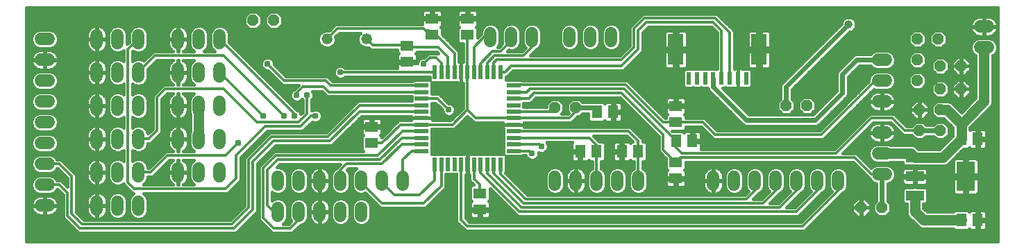
<source format=gtl>
G75*
G70*
%OFA0B0*%
%FSLAX24Y24*%
%IPPOS*%
%LPD*%
%AMOC8*
5,1,8,0,0,1.08239X$1,22.5*
%
%ADD10R,0.0197X0.0669*%
%ADD11R,0.0669X0.0197*%
%ADD12R,0.0630X0.0512*%
%ADD13R,0.0512X0.0630*%
%ADD14C,0.0520*%
%ADD15C,0.0600*%
%ADD16OC8,0.0520*%
%ADD17R,0.0236X0.0610*%
%ADD18R,0.0760X0.1500*%
%ADD19R,0.0880X0.0480*%
%ADD20R,0.0866X0.1417*%
%ADD21C,0.0120*%
%ADD22C,0.0240*%
%ADD23C,0.0500*%
%ADD24C,0.0500*%
%ADD25C,0.0160*%
%ADD26C,0.0310*%
%ADD27C,0.0396*%
D10*
X020107Y004177D03*
X020422Y004177D03*
X020737Y004177D03*
X021051Y004177D03*
X021366Y004177D03*
X021681Y004177D03*
X021996Y004177D03*
X022311Y004177D03*
X022626Y004177D03*
X022941Y004177D03*
X023256Y004177D03*
X023256Y008586D03*
X022941Y008586D03*
X022626Y008586D03*
X022311Y008586D03*
X021996Y008586D03*
X021681Y008586D03*
X021366Y008586D03*
X021051Y008586D03*
X020737Y008586D03*
X020422Y008586D03*
X020107Y008586D03*
D11*
X019477Y007956D03*
X019477Y007641D03*
X019477Y007326D03*
X019477Y007011D03*
X019477Y006696D03*
X019477Y006381D03*
X019477Y006066D03*
X019477Y005751D03*
X019477Y005437D03*
X019477Y005122D03*
X019477Y004807D03*
X023886Y004807D03*
X023886Y005122D03*
X023886Y005437D03*
X023886Y005751D03*
X023886Y006066D03*
X023886Y006381D03*
X023886Y006696D03*
X023886Y007011D03*
X023886Y007326D03*
X023886Y007641D03*
X023886Y007956D03*
D12*
X018781Y009088D03*
X018781Y009875D03*
X019981Y010388D03*
X021681Y010388D03*
X021681Y011175D03*
X019981Y011175D03*
X031681Y006975D03*
X031681Y006188D03*
X031681Y004275D03*
X031681Y003488D03*
X022281Y002775D03*
X022281Y001988D03*
X017081Y005188D03*
X017081Y005975D03*
D13*
X027088Y004781D03*
X027875Y004781D03*
X029088Y004781D03*
X029875Y004781D03*
X031688Y005281D03*
X032475Y005281D03*
X028675Y006681D03*
X027888Y006681D03*
X045388Y005381D03*
X046175Y005381D03*
X046175Y001481D03*
X045388Y001481D03*
D14*
X016831Y010181D03*
X014931Y010181D03*
D15*
X009781Y010001D02*
X009781Y010361D01*
X008781Y010361D02*
X008781Y010001D01*
X007781Y010001D02*
X007781Y010361D01*
X005881Y010361D02*
X005881Y010001D01*
X004881Y010001D02*
X004881Y010361D01*
X003881Y010361D02*
X003881Y010001D01*
X001561Y010181D02*
X001201Y010181D01*
X001201Y009181D02*
X001561Y009181D01*
X003881Y008761D02*
X003881Y008401D01*
X004881Y008401D02*
X004881Y008761D01*
X005881Y008761D02*
X005881Y008401D01*
X007781Y008401D02*
X007781Y008761D01*
X008781Y008761D02*
X008781Y008401D01*
X009781Y008401D02*
X009781Y008761D01*
X009781Y007161D02*
X009781Y006801D01*
X008781Y006801D02*
X008781Y007161D01*
X007781Y007161D02*
X007781Y006801D01*
X005881Y006801D02*
X005881Y007161D01*
X004881Y007161D02*
X004881Y006801D01*
X003881Y006801D02*
X003881Y007161D01*
X001561Y007181D02*
X001201Y007181D01*
X001201Y006181D02*
X001561Y006181D01*
X003881Y005561D02*
X003881Y005201D01*
X004881Y005201D02*
X004881Y005561D01*
X005881Y005561D02*
X005881Y005201D01*
X007781Y005201D02*
X007781Y005561D01*
X008781Y005561D02*
X008781Y005201D01*
X009781Y005201D02*
X009781Y005561D01*
X009781Y003961D02*
X009781Y003601D01*
X008781Y003601D02*
X008781Y003961D01*
X007781Y003961D02*
X007781Y003601D01*
X005881Y003601D02*
X005881Y003961D01*
X004881Y003961D02*
X004881Y003601D01*
X003881Y003601D02*
X003881Y003961D01*
X001561Y004181D02*
X001201Y004181D01*
X001201Y003181D02*
X001561Y003181D01*
X003881Y002361D02*
X003881Y002001D01*
X004881Y002001D02*
X004881Y002361D01*
X005881Y002361D02*
X005881Y002001D01*
X001561Y002181D02*
X001201Y002181D01*
X001201Y005181D02*
X001561Y005181D01*
X012581Y003561D02*
X012581Y003201D01*
X013581Y003201D02*
X013581Y003561D01*
X014581Y003561D02*
X014581Y003201D01*
X015581Y003201D02*
X015581Y003561D01*
X016581Y003561D02*
X016581Y003201D01*
X017581Y003201D02*
X017581Y003561D01*
X018581Y003561D02*
X018581Y003201D01*
X016581Y002061D02*
X016581Y001701D01*
X015581Y001701D02*
X015581Y002061D01*
X014581Y002061D02*
X014581Y001701D01*
X013581Y001701D02*
X013581Y002061D01*
X012581Y002061D02*
X012581Y001701D01*
X025881Y003201D02*
X025881Y003561D01*
X026881Y003561D02*
X026881Y003201D01*
X027881Y003201D02*
X027881Y003561D01*
X028881Y003561D02*
X028881Y003201D01*
X029881Y003201D02*
X029881Y003561D01*
X033481Y003561D02*
X033481Y003201D01*
X034481Y003201D02*
X034481Y003561D01*
X035481Y003561D02*
X035481Y003201D01*
X036481Y003201D02*
X036481Y003561D01*
X037481Y003561D02*
X037481Y003201D01*
X038481Y003201D02*
X038481Y003561D01*
X039481Y003561D02*
X039481Y003201D01*
X041401Y003681D02*
X041761Y003681D01*
X041761Y004681D02*
X041401Y004681D01*
X041401Y005681D02*
X041761Y005681D01*
X041761Y007181D02*
X041401Y007181D01*
X041401Y008181D02*
X041761Y008181D01*
X041761Y009181D02*
X041401Y009181D01*
X046301Y009781D02*
X046661Y009781D01*
X046661Y010781D02*
X046301Y010781D01*
X028581Y010461D02*
X028581Y010101D01*
X027581Y010101D02*
X027581Y010461D01*
X026581Y010461D02*
X026581Y010101D01*
X024781Y010101D02*
X024781Y010461D01*
X023781Y010461D02*
X023781Y010101D01*
X022781Y010101D02*
X022781Y010461D01*
X001561Y008181D02*
X001201Y008181D01*
D16*
X011381Y011081D03*
X012381Y011081D03*
X025881Y006881D03*
X026881Y006881D03*
X036981Y006981D03*
X037981Y006981D03*
X043281Y008181D03*
X044381Y007781D03*
X045381Y007781D03*
X044381Y006781D03*
X043381Y006781D03*
X043381Y005781D03*
X044381Y005781D03*
X044381Y008881D03*
X045381Y008881D03*
X043281Y009181D03*
X043281Y010181D03*
X044281Y010181D03*
X041581Y002081D03*
X040581Y002081D03*
D17*
X035056Y008300D03*
X034663Y008300D03*
X034269Y008300D03*
X033875Y008300D03*
X033481Y008300D03*
X033088Y008300D03*
X032694Y008300D03*
X032300Y008300D03*
D18*
X031681Y009681D03*
X035681Y009681D03*
D19*
X043161Y004491D03*
X043161Y003581D03*
X043161Y002671D03*
D20*
X045601Y003581D03*
D21*
X041581Y003681D02*
X041081Y003681D01*
X040281Y004481D01*
X031888Y004481D01*
X031681Y004275D01*
X031081Y004875D01*
X031081Y005581D01*
X029081Y007581D01*
X024881Y007581D01*
X024626Y007326D01*
X023886Y007326D01*
X023886Y007641D02*
X024541Y007641D01*
X024681Y007781D01*
X029188Y007781D01*
X031688Y005281D01*
X031681Y005275D01*
X031681Y004981D01*
X031981Y004681D01*
X039381Y004681D01*
X041081Y006381D01*
X042081Y006381D01*
X042681Y005781D01*
X043381Y005781D01*
X041281Y008181D02*
X038681Y005581D01*
X033581Y005581D01*
X032981Y006181D01*
X031688Y006181D01*
X031681Y006188D01*
X031675Y006181D01*
X031081Y006181D01*
X029281Y007981D01*
X023911Y007981D01*
X023886Y007956D01*
X023486Y008586D02*
X023256Y008586D01*
X023486Y008586D02*
X023781Y008881D01*
X029081Y008881D01*
X029881Y009681D01*
X029881Y010581D01*
X030281Y010981D01*
X033481Y010981D01*
X033875Y010588D01*
X033875Y008300D01*
X034269Y008300D02*
X034269Y010494D01*
X033581Y011181D01*
X030181Y011181D01*
X029681Y010681D01*
X029681Y009781D01*
X029081Y009181D01*
X023081Y009181D01*
X022941Y009041D01*
X022941Y008586D01*
X022626Y008586D02*
X022626Y009026D01*
X022981Y009381D01*
X024381Y009381D01*
X024781Y009781D01*
X024781Y010281D01*
X023781Y010281D02*
X023781Y010081D01*
X023281Y009581D01*
X022881Y009581D01*
X022311Y009011D01*
X022311Y008586D01*
X021996Y008586D02*
X021996Y009796D01*
X022481Y010281D01*
X022781Y010281D01*
X021681Y010388D02*
X021681Y008586D01*
X021681Y006781D01*
X022081Y006381D01*
X023886Y006381D01*
X026581Y006381D01*
X026881Y006681D01*
X026881Y006881D01*
X025881Y006881D02*
X025696Y006696D01*
X023886Y006696D01*
X021681Y006781D02*
X020966Y006066D01*
X019477Y006066D01*
X018466Y006066D01*
X017581Y005181D01*
X017088Y005181D01*
X017081Y005188D01*
X017481Y004381D02*
X018537Y005437D01*
X019477Y005437D01*
X019477Y005122D02*
X018522Y005122D01*
X017581Y004181D01*
X015881Y004181D01*
X015581Y003881D01*
X015581Y003381D01*
X016581Y003381D02*
X016581Y003281D01*
X017581Y002281D01*
X019581Y002281D01*
X020422Y003122D01*
X020422Y004177D01*
X020107Y004177D02*
X020107Y003407D01*
X019381Y002681D01*
X018181Y002681D01*
X017581Y003281D01*
X017581Y003381D01*
X018581Y003381D02*
X018581Y004381D01*
X019007Y004807D01*
X019477Y004807D01*
X018551Y005751D02*
X017381Y004581D01*
X012481Y004581D01*
X011881Y003981D01*
X011881Y001581D01*
X012381Y001081D01*
X013181Y001081D01*
X013581Y001481D01*
X013581Y001881D01*
X012581Y001881D02*
X012381Y001881D01*
X012081Y002181D01*
X012081Y003881D01*
X012581Y004381D01*
X017481Y004381D01*
X016496Y006696D02*
X015081Y005281D01*
X012381Y005281D01*
X011381Y004281D01*
X011381Y001981D01*
X010481Y001081D01*
X003081Y001081D01*
X002481Y001681D01*
X002481Y002781D01*
X002081Y003181D01*
X001381Y003181D01*
X002081Y004181D02*
X002681Y003581D01*
X002681Y001781D01*
X003181Y001281D01*
X010381Y001281D01*
X011181Y002081D01*
X011181Y004381D01*
X012281Y005481D01*
X014981Y005481D01*
X016511Y007011D01*
X019477Y007011D01*
X019477Y007326D02*
X020237Y007326D01*
X020781Y006781D01*
X019477Y006696D02*
X016496Y006696D01*
X014381Y006481D02*
X014181Y006481D01*
X013681Y005981D01*
X011981Y005981D01*
X010581Y004581D01*
X010581Y003481D01*
X010081Y002981D01*
X005681Y002981D01*
X005381Y003281D01*
X005381Y009681D01*
X005881Y010181D01*
X006681Y009381D02*
X005881Y008581D01*
X006781Y007381D02*
X007181Y007781D01*
X009981Y007781D01*
X011581Y006181D01*
X013581Y006181D01*
X013981Y006581D01*
X013981Y007481D01*
X013781Y007881D02*
X013481Y007581D01*
X013481Y007481D01*
X014481Y007481D02*
X014581Y007481D01*
X014781Y007881D02*
X015022Y007641D01*
X019477Y007641D01*
X019477Y007956D02*
X015107Y007956D01*
X014881Y008181D01*
X012881Y008181D01*
X012081Y008981D01*
X009981Y009381D02*
X006681Y009381D01*
X009781Y010181D02*
X013381Y006581D01*
X013381Y006481D01*
X012881Y006481D02*
X009981Y009381D01*
X009781Y008581D02*
X011881Y006481D01*
X010681Y005181D02*
X010081Y004581D01*
X007281Y004581D01*
X006481Y003781D01*
X005881Y003781D01*
X002081Y004181D02*
X001381Y004181D01*
X005881Y005381D02*
X006381Y005381D01*
X006781Y005781D01*
X006781Y007381D01*
X013781Y007881D02*
X014781Y007881D01*
X015581Y008581D02*
X020102Y008581D01*
X020107Y008586D01*
X020422Y008586D02*
X020422Y009041D01*
X020181Y009281D01*
X019881Y009281D01*
X019581Y008981D01*
X020281Y009781D02*
X020737Y009326D01*
X020737Y008586D01*
X021051Y008586D02*
X021051Y009511D01*
X020181Y010381D01*
X019988Y010381D01*
X019981Y010388D01*
X019788Y010581D01*
X019681Y010581D01*
X019581Y010681D01*
X015431Y010681D01*
X014931Y010181D01*
X016831Y010181D02*
X017131Y009881D01*
X018775Y009881D01*
X018781Y009875D01*
X018875Y009781D01*
X020281Y009781D01*
X020981Y007781D02*
X020881Y007681D01*
X019477Y005751D02*
X018551Y005751D01*
X023886Y005751D02*
X029411Y005751D01*
X029875Y005288D01*
X029875Y004781D01*
X029881Y004775D01*
X029881Y003381D01*
X027881Y003381D02*
X027881Y004775D01*
X027875Y004781D01*
X027875Y005088D01*
X027526Y005437D01*
X023886Y005437D01*
X023886Y005122D02*
X025141Y005122D01*
X025241Y005022D01*
X024781Y004681D02*
X024656Y004807D01*
X023886Y004807D01*
X023256Y004177D02*
X023256Y003707D01*
X024481Y002481D01*
X035081Y002481D01*
X035481Y002881D01*
X035481Y003381D01*
X036481Y003381D02*
X036481Y002881D01*
X035881Y002281D01*
X024381Y002281D01*
X022941Y003722D01*
X022941Y004177D01*
X022626Y004177D02*
X022626Y003737D01*
X024281Y002081D01*
X036681Y002081D01*
X037481Y002881D01*
X037481Y003381D01*
X038481Y003381D02*
X038481Y002881D01*
X037481Y001881D01*
X024181Y001881D01*
X022311Y003751D01*
X022311Y004177D01*
X021996Y004177D02*
X021996Y003466D01*
X022281Y003181D01*
X022281Y002775D01*
X021366Y001496D02*
X021681Y001181D01*
X037781Y001181D01*
X039481Y002881D01*
X039481Y003381D01*
X031688Y005281D02*
X031681Y005281D01*
X021366Y004177D02*
X021366Y001496D01*
X041281Y008181D02*
X041581Y008181D01*
D22*
X040381Y009181D02*
X039681Y008481D01*
X039681Y007581D01*
X038381Y006281D01*
X035081Y006281D01*
X033481Y007881D01*
X033481Y008300D01*
X036981Y007881D02*
X036981Y006981D01*
X036981Y007881D02*
X039981Y010881D01*
X040381Y009181D02*
X041581Y009181D01*
X041781Y009181D01*
X043381Y005781D02*
X044381Y005781D01*
X041581Y003681D02*
X041581Y002081D01*
X027888Y006681D02*
X027888Y006775D01*
X027781Y006881D01*
X026881Y006881D01*
D23*
X043581Y001481D03*
D24*
X045388Y001481D01*
X043581Y001481D02*
X043161Y001901D01*
X043161Y002671D01*
X043171Y004491D02*
X044498Y004491D01*
X045388Y005381D01*
X045388Y006088D01*
X044694Y006781D01*
X044381Y006781D01*
X045388Y006088D02*
X046481Y007181D01*
X046481Y009781D01*
X042981Y004681D02*
X041581Y004681D01*
X042981Y004681D02*
X043171Y004491D01*
X043161Y004491D01*
X008781Y005381D02*
X008781Y006981D01*
D25*
X000482Y011712D02*
X000482Y000461D01*
X047146Y000461D01*
X047146Y011712D01*
X000482Y011712D01*
X000482Y011597D02*
X019593Y011597D01*
X019597Y011599D02*
X019556Y011575D01*
X019522Y011542D01*
X019499Y011500D01*
X019486Y011455D01*
X019486Y011223D01*
X019933Y011223D01*
X019933Y011127D01*
X019486Y011127D01*
X019486Y010901D01*
X015340Y010901D01*
X015211Y010773D01*
X015033Y010594D01*
X015015Y010601D01*
X014848Y010601D01*
X014694Y010537D01*
X014575Y010419D01*
X014511Y010265D01*
X014511Y010098D01*
X014575Y009944D01*
X014694Y009825D01*
X014848Y009761D01*
X015015Y009761D01*
X015169Y009825D01*
X015287Y009944D01*
X015351Y010098D01*
X015351Y010265D01*
X015344Y010283D01*
X015523Y010461D01*
X016518Y010461D01*
X016475Y010419D01*
X016411Y010265D01*
X016411Y010098D01*
X016475Y009944D01*
X016594Y009825D01*
X016748Y009761D01*
X016915Y009761D01*
X016933Y009769D01*
X017040Y009661D01*
X018306Y009661D01*
X018306Y009553D01*
X018366Y009493D01*
X018356Y009488D01*
X018322Y009454D01*
X018299Y009413D01*
X018286Y009367D01*
X018286Y009136D01*
X018733Y009136D01*
X018733Y009040D01*
X018286Y009040D01*
X018286Y008808D01*
X018288Y008801D01*
X015807Y008801D01*
X015760Y008848D01*
X015644Y008896D01*
X015519Y008896D01*
X015403Y008848D01*
X015314Y008760D01*
X015266Y008644D01*
X015266Y008519D01*
X015314Y008403D01*
X015403Y008314D01*
X015519Y008266D01*
X015644Y008266D01*
X015760Y008314D01*
X015807Y008361D01*
X019848Y008361D01*
X019848Y008215D01*
X019076Y008215D01*
X019037Y008176D01*
X015198Y008176D01*
X014973Y008401D01*
X014790Y008401D01*
X012973Y008401D01*
X012396Y008978D01*
X012396Y009044D01*
X012348Y009160D01*
X012260Y009248D01*
X012144Y009296D01*
X012019Y009296D01*
X011903Y009248D01*
X011814Y009160D01*
X011766Y009044D01*
X011766Y008919D01*
X011814Y008803D01*
X011903Y008714D01*
X012019Y008666D01*
X012085Y008666D01*
X012661Y008090D01*
X012790Y007961D01*
X013550Y007961D01*
X013390Y007801D01*
X013362Y007773D01*
X013303Y007748D01*
X013214Y007660D01*
X013166Y007544D01*
X013166Y007419D01*
X013214Y007303D01*
X013303Y007214D01*
X013419Y007166D01*
X013544Y007166D01*
X013660Y007214D01*
X013731Y007286D01*
X013761Y007256D01*
X013761Y006673D01*
X013678Y006589D01*
X013648Y006660D01*
X013560Y006748D01*
X013501Y006773D01*
X010241Y010032D01*
X010241Y010453D01*
X010171Y010622D01*
X010042Y010751D01*
X009873Y010821D01*
X009690Y010821D01*
X009521Y010751D01*
X009391Y010622D01*
X009321Y010453D01*
X009321Y009910D01*
X009391Y009741D01*
X009521Y009611D01*
X009545Y009601D01*
X009018Y009601D01*
X009042Y009611D01*
X009171Y009741D01*
X009241Y009910D01*
X009241Y010453D01*
X009171Y010622D01*
X009042Y010751D01*
X008873Y010821D01*
X008690Y010821D01*
X008521Y010751D01*
X008391Y010622D01*
X008321Y010453D01*
X008321Y009910D01*
X008391Y009741D01*
X008521Y009611D01*
X008545Y009601D01*
X008047Y009601D01*
X008094Y009635D01*
X008148Y009689D01*
X008192Y009750D01*
X008226Y009817D01*
X008250Y009889D01*
X008261Y009964D01*
X008261Y010161D01*
X007802Y010161D01*
X007802Y010201D01*
X008261Y010201D01*
X008261Y010399D01*
X008250Y010474D01*
X008226Y010546D01*
X008192Y010613D01*
X008148Y010674D01*
X008094Y010728D01*
X008033Y010772D01*
X007966Y010806D01*
X007894Y010830D01*
X007819Y010841D01*
X007801Y010841D01*
X007801Y010202D01*
X007761Y010202D01*
X007761Y010841D01*
X007744Y010841D01*
X007669Y010830D01*
X007597Y010806D01*
X007530Y010772D01*
X007469Y010728D01*
X007415Y010674D01*
X007371Y010613D01*
X007337Y010546D01*
X007313Y010474D01*
X007301Y010399D01*
X007301Y010201D01*
X007761Y010201D01*
X007761Y010161D01*
X007301Y010161D01*
X007301Y009964D01*
X007313Y009889D01*
X007337Y009817D01*
X007371Y009750D01*
X007415Y009689D01*
X007469Y009635D01*
X007515Y009601D01*
X006773Y009601D01*
X006590Y009601D01*
X006141Y009152D01*
X005973Y009221D01*
X005790Y009221D01*
X005621Y009151D01*
X005601Y009132D01*
X005601Y009590D01*
X005622Y009611D01*
X005790Y009541D01*
X005973Y009541D01*
X006142Y009611D01*
X006271Y009741D01*
X006341Y009910D01*
X006341Y010453D01*
X006271Y010622D01*
X006142Y010751D01*
X005973Y010821D01*
X005790Y010821D01*
X005621Y010751D01*
X005491Y010622D01*
X005421Y010453D01*
X005421Y010033D01*
X005341Y009952D01*
X005341Y010453D01*
X005271Y010622D01*
X005142Y010751D01*
X004973Y010821D01*
X004790Y010821D01*
X004621Y010751D01*
X004491Y010622D01*
X004421Y010453D01*
X004421Y009910D01*
X004491Y009741D01*
X004621Y009611D01*
X004790Y009541D01*
X004973Y009541D01*
X005142Y009611D01*
X005161Y009631D01*
X005161Y009590D01*
X005161Y009132D01*
X005142Y009151D01*
X004973Y009221D01*
X004790Y009221D01*
X004621Y009151D01*
X004491Y009022D01*
X004421Y008853D01*
X004421Y008310D01*
X004491Y008141D01*
X004621Y008011D01*
X004790Y007941D01*
X004973Y007941D01*
X005142Y008011D01*
X005161Y008031D01*
X005161Y007532D01*
X005142Y007551D01*
X004973Y007621D01*
X004790Y007621D01*
X004621Y007551D01*
X004491Y007422D01*
X004421Y007253D01*
X004421Y006710D01*
X004491Y006541D01*
X004621Y006411D01*
X004790Y006341D01*
X004973Y006341D01*
X005142Y006411D01*
X005161Y006431D01*
X005161Y005932D01*
X005142Y005951D01*
X004973Y006021D01*
X004790Y006021D01*
X004621Y005951D01*
X004491Y005822D01*
X004421Y005653D01*
X004421Y005110D01*
X004491Y004941D01*
X004621Y004811D01*
X004790Y004741D01*
X004973Y004741D01*
X005142Y004811D01*
X005161Y004831D01*
X005161Y004332D01*
X005142Y004351D01*
X004973Y004421D01*
X004790Y004421D01*
X004621Y004351D01*
X004491Y004222D01*
X004421Y004053D01*
X004421Y003510D01*
X004491Y003341D01*
X004621Y003211D01*
X004790Y003141D01*
X004973Y003141D01*
X005142Y003211D01*
X005161Y003231D01*
X005161Y003190D01*
X005290Y003061D01*
X005590Y002761D01*
X005645Y002761D01*
X005621Y002751D01*
X005491Y002622D01*
X005421Y002453D01*
X005421Y001910D01*
X005491Y001741D01*
X005621Y001611D01*
X005790Y001541D01*
X005973Y001541D01*
X006142Y001611D01*
X006271Y001741D01*
X006341Y001910D01*
X006341Y002453D01*
X006271Y002622D01*
X006142Y002751D01*
X006118Y002761D01*
X010173Y002761D01*
X010301Y002890D01*
X010801Y003390D01*
X010801Y003573D01*
X010801Y004490D01*
X012073Y005761D01*
X013590Y005761D01*
X013773Y005761D01*
X014219Y006208D01*
X014319Y006166D01*
X014444Y006166D01*
X014560Y006214D01*
X014648Y006303D01*
X014696Y006419D01*
X014696Y006544D01*
X014648Y006660D01*
X014560Y006748D01*
X014444Y006796D01*
X014319Y006796D01*
X014203Y006748D01*
X014201Y006747D01*
X014201Y007256D01*
X014248Y007303D01*
X014296Y007419D01*
X014296Y007544D01*
X014248Y007660D01*
X014247Y007661D01*
X014690Y007661D01*
X014930Y007421D01*
X015113Y007421D01*
X018982Y007421D01*
X018982Y007231D01*
X016602Y007231D01*
X016420Y007231D01*
X014890Y005701D01*
X012373Y005701D01*
X012190Y005701D01*
X011090Y004601D01*
X010961Y004473D01*
X010961Y002173D01*
X010290Y001501D01*
X003273Y001501D01*
X002901Y001873D01*
X002901Y003673D01*
X002773Y003801D01*
X002173Y004401D01*
X001990Y004401D01*
X001968Y004401D01*
X001951Y004442D01*
X001822Y004571D01*
X001653Y004641D01*
X001110Y004641D01*
X000941Y004571D01*
X000811Y004442D01*
X000741Y004273D01*
X000741Y004090D01*
X000811Y003921D01*
X000941Y003791D01*
X001110Y003721D01*
X001653Y003721D01*
X001822Y003791D01*
X001951Y003921D01*
X001968Y003961D01*
X001990Y003961D01*
X002461Y003490D01*
X002461Y003112D01*
X002301Y003273D01*
X002173Y003401D01*
X001968Y003401D01*
X001951Y003442D01*
X001822Y003571D01*
X001653Y003641D01*
X001110Y003641D01*
X000941Y003571D01*
X000811Y003442D01*
X000741Y003273D01*
X000741Y003090D01*
X000811Y002921D01*
X000941Y002791D01*
X001110Y002721D01*
X001653Y002721D01*
X001822Y002791D01*
X001951Y002921D01*
X001968Y002961D01*
X001990Y002961D01*
X002261Y002690D01*
X002261Y001590D01*
X002390Y001461D01*
X002990Y000861D01*
X003173Y000861D01*
X010573Y000861D01*
X010701Y000990D01*
X011472Y001761D01*
X011473Y001761D01*
X011601Y001890D01*
X011601Y004190D01*
X012473Y005061D01*
X015173Y005061D01*
X015301Y005190D01*
X016587Y006476D01*
X018962Y006476D01*
X018962Y006382D01*
X019476Y006382D01*
X019476Y006381D01*
X018962Y006381D01*
X018962Y006286D01*
X018558Y006286D01*
X018375Y006286D01*
X017556Y005467D01*
X017556Y005510D01*
X017497Y005569D01*
X017507Y005575D01*
X017540Y005609D01*
X017564Y005650D01*
X017576Y005695D01*
X017576Y005927D01*
X017130Y005927D01*
X017130Y006023D01*
X017576Y006023D01*
X017576Y006255D01*
X017564Y006300D01*
X017540Y006342D01*
X017507Y006375D01*
X017466Y006399D01*
X017420Y006411D01*
X017129Y006411D01*
X017129Y006023D01*
X017033Y006023D01*
X017033Y005927D01*
X016586Y005927D01*
X016586Y005695D01*
X016599Y005650D01*
X016622Y005609D01*
X016656Y005575D01*
X016666Y005569D01*
X016606Y005510D01*
X016606Y004866D01*
X016671Y004801D01*
X012573Y004801D01*
X012390Y004801D01*
X011790Y004201D01*
X011661Y004073D01*
X011661Y001673D01*
X011661Y001490D01*
X012161Y000990D01*
X012290Y000861D01*
X013090Y000861D01*
X013273Y000861D01*
X013653Y001241D01*
X013673Y001241D01*
X013842Y001311D01*
X013971Y001441D01*
X014041Y001610D01*
X014041Y002153D01*
X013971Y002322D01*
X013842Y002451D01*
X013673Y002521D01*
X013490Y002521D01*
X013321Y002451D01*
X013191Y002322D01*
X013121Y002153D01*
X013121Y001610D01*
X013191Y001441D01*
X013211Y001422D01*
X013090Y001301D01*
X012818Y001301D01*
X012842Y001311D01*
X012971Y001441D01*
X013041Y001610D01*
X013041Y002153D01*
X012971Y002322D01*
X012842Y002451D01*
X012673Y002521D01*
X012490Y002521D01*
X012321Y002451D01*
X012301Y002432D01*
X012301Y002831D01*
X012321Y002811D01*
X012490Y002741D01*
X012673Y002741D01*
X012842Y002811D01*
X012971Y002941D01*
X013041Y003110D01*
X013041Y003653D01*
X012971Y003822D01*
X012842Y003951D01*
X012673Y004021D01*
X012532Y004021D01*
X012672Y004161D01*
X015550Y004161D01*
X015490Y004101D01*
X015361Y003973D01*
X015361Y003968D01*
X015321Y003951D01*
X015191Y003822D01*
X015121Y003653D01*
X015121Y003110D01*
X015191Y002941D01*
X015321Y002811D01*
X015490Y002741D01*
X015673Y002741D01*
X015842Y002811D01*
X015971Y002941D01*
X016041Y003110D01*
X016041Y003653D01*
X015971Y003822D01*
X015902Y003891D01*
X015973Y003961D01*
X016345Y003961D01*
X016321Y003951D01*
X016191Y003822D01*
X016121Y003653D01*
X016121Y003110D01*
X016191Y002941D01*
X016321Y002811D01*
X016490Y002741D01*
X016673Y002741D01*
X016770Y002782D01*
X017490Y002061D01*
X017673Y002061D01*
X019673Y002061D01*
X019801Y002190D01*
X020642Y003030D01*
X020642Y003213D01*
X020642Y003682D01*
X020887Y003682D01*
X021146Y003682D01*
X021146Y001587D01*
X021146Y001405D01*
X021590Y000961D01*
X021773Y000961D01*
X037690Y000961D01*
X037873Y000961D01*
X039572Y002661D01*
X039573Y002661D01*
X039701Y002790D01*
X039701Y002795D01*
X039742Y002811D01*
X039871Y002941D01*
X039941Y003110D01*
X039941Y003653D01*
X039871Y003822D01*
X039742Y003951D01*
X039573Y004021D01*
X039390Y004021D01*
X039221Y003951D01*
X039091Y003822D01*
X039021Y003653D01*
X039021Y003110D01*
X039091Y002941D01*
X039161Y002872D01*
X037690Y001401D01*
X021773Y001401D01*
X021586Y001587D01*
X021586Y003662D01*
X021681Y003662D01*
X021681Y004176D01*
X021682Y004176D01*
X021682Y003662D01*
X021776Y003662D01*
X021776Y003558D01*
X021776Y003375D01*
X021961Y003191D01*
X021900Y003191D01*
X021806Y003097D01*
X021806Y002453D01*
X021866Y002393D01*
X021856Y002388D01*
X021822Y002354D01*
X021799Y002313D01*
X021786Y002267D01*
X021786Y002036D01*
X022233Y002036D01*
X022233Y001940D01*
X021786Y001940D01*
X021786Y001708D01*
X021799Y001662D01*
X021822Y001621D01*
X021856Y001588D01*
X021897Y001564D01*
X021943Y001552D01*
X022233Y001552D01*
X022233Y001939D01*
X022329Y001939D01*
X022329Y001552D01*
X022620Y001552D01*
X022666Y001564D01*
X022707Y001588D01*
X022740Y001621D01*
X022764Y001662D01*
X022776Y001708D01*
X022776Y001940D01*
X022330Y001940D01*
X022330Y002036D01*
X022776Y002036D01*
X022776Y002267D01*
X022764Y002313D01*
X022740Y002354D01*
X022707Y002388D01*
X022697Y002393D01*
X022756Y002453D01*
X022756Y002995D01*
X023961Y001790D01*
X024090Y001661D01*
X037390Y001661D01*
X037573Y001661D01*
X038573Y002661D01*
X038701Y002790D01*
X038701Y002795D01*
X038742Y002811D01*
X038871Y002941D01*
X038941Y003110D01*
X038941Y003653D01*
X038871Y003822D01*
X038742Y003951D01*
X038573Y004021D01*
X038390Y004021D01*
X038221Y003951D01*
X038091Y003822D01*
X038021Y003653D01*
X038021Y003110D01*
X038091Y002941D01*
X038161Y002872D01*
X037390Y002101D01*
X037012Y002101D01*
X037573Y002661D01*
X037701Y002790D01*
X037701Y002795D01*
X037742Y002811D01*
X037871Y002941D01*
X037941Y003110D01*
X037941Y003653D01*
X037871Y003822D01*
X037742Y003951D01*
X037573Y004021D01*
X037390Y004021D01*
X037221Y003951D01*
X037091Y003822D01*
X037021Y003653D01*
X037021Y003110D01*
X037091Y002941D01*
X037161Y002872D01*
X036590Y002301D01*
X036212Y002301D01*
X036573Y002661D01*
X036701Y002790D01*
X036701Y002795D01*
X036742Y002811D01*
X036871Y002941D01*
X036941Y003110D01*
X036941Y003653D01*
X036871Y003822D01*
X036742Y003951D01*
X036573Y004021D01*
X036390Y004021D01*
X036221Y003951D01*
X036091Y003822D01*
X036021Y003653D01*
X036021Y003110D01*
X036091Y002941D01*
X036161Y002872D01*
X035790Y002501D01*
X035412Y002501D01*
X035573Y002661D01*
X035701Y002790D01*
X035701Y002795D01*
X035742Y002811D01*
X035871Y002941D01*
X035941Y003110D01*
X035941Y003653D01*
X035871Y003822D01*
X035742Y003951D01*
X035573Y004021D01*
X035390Y004021D01*
X035221Y003951D01*
X035091Y003822D01*
X035021Y003653D01*
X035021Y003110D01*
X035091Y002941D01*
X035161Y002872D01*
X034990Y002701D01*
X024573Y002701D01*
X023506Y003768D01*
X023515Y003776D01*
X023515Y004548D01*
X024287Y004548D01*
X024325Y004587D01*
X024480Y004587D01*
X024514Y004503D01*
X024603Y004414D01*
X024719Y004366D01*
X024844Y004366D01*
X024960Y004414D01*
X025048Y004503D01*
X025096Y004619D01*
X025096Y004741D01*
X025179Y004707D01*
X025304Y004707D01*
X025420Y004755D01*
X025508Y004843D01*
X025556Y004959D01*
X025556Y005084D01*
X025508Y005200D01*
X025492Y005217D01*
X026697Y005217D01*
X026688Y005207D01*
X026664Y005166D01*
X026652Y005120D01*
X026652Y004829D01*
X027039Y004829D01*
X027039Y004733D01*
X026652Y004733D01*
X026652Y004443D01*
X026664Y004397D01*
X026688Y004356D01*
X026721Y004322D01*
X026762Y004299D01*
X026808Y004286D01*
X027040Y004286D01*
X027040Y004733D01*
X027136Y004733D01*
X027136Y004286D01*
X027367Y004286D01*
X027413Y004299D01*
X027454Y004322D01*
X027488Y004356D01*
X027493Y004366D01*
X027553Y004306D01*
X027661Y004306D01*
X027661Y003968D01*
X027621Y003951D01*
X027491Y003822D01*
X027421Y003653D01*
X027421Y003110D01*
X027491Y002941D01*
X027621Y002811D01*
X027790Y002741D01*
X027973Y002741D01*
X028142Y002811D01*
X028271Y002941D01*
X028341Y003110D01*
X028341Y003653D01*
X028271Y003822D01*
X028142Y003951D01*
X028101Y003968D01*
X028101Y004306D01*
X028197Y004306D01*
X028291Y004400D01*
X028291Y005163D01*
X028197Y005256D01*
X028018Y005256D01*
X027966Y005308D01*
X027742Y005531D01*
X029320Y005531D01*
X029595Y005256D01*
X029553Y005256D01*
X029493Y005197D01*
X029488Y005207D01*
X029454Y005240D01*
X029413Y005264D01*
X029367Y005276D01*
X029136Y005276D01*
X029136Y004830D01*
X029040Y004830D01*
X029040Y005276D01*
X028808Y005276D01*
X028762Y005264D01*
X028721Y005240D01*
X028688Y005207D01*
X028664Y005166D01*
X028652Y005120D01*
X028652Y004829D01*
X029039Y004829D01*
X029039Y004733D01*
X028652Y004733D01*
X028652Y004443D01*
X028664Y004397D01*
X028688Y004356D01*
X028721Y004322D01*
X028762Y004299D01*
X028808Y004286D01*
X029040Y004286D01*
X029040Y004733D01*
X029136Y004733D01*
X029136Y004286D01*
X029367Y004286D01*
X029413Y004299D01*
X029454Y004322D01*
X029488Y004356D01*
X029493Y004366D01*
X029553Y004306D01*
X029661Y004306D01*
X029661Y003968D01*
X029621Y003951D01*
X029491Y003822D01*
X029421Y003653D01*
X029421Y003110D01*
X029491Y002941D01*
X029621Y002811D01*
X029790Y002741D01*
X029973Y002741D01*
X030142Y002811D01*
X030271Y002941D01*
X030341Y003110D01*
X030341Y003653D01*
X030271Y003822D01*
X030142Y003951D01*
X030101Y003968D01*
X030101Y004306D01*
X030197Y004306D01*
X030291Y004400D01*
X030291Y005163D01*
X030197Y005256D01*
X030095Y005256D01*
X030095Y005379D01*
X029966Y005508D01*
X029502Y005971D01*
X029320Y005971D01*
X024401Y005971D01*
X024401Y006066D01*
X023887Y006066D01*
X023887Y006067D01*
X024401Y006067D01*
X024401Y006161D01*
X026673Y006161D01*
X026801Y006290D01*
X026973Y006461D01*
X027055Y006461D01*
X027195Y006601D01*
X027472Y006601D01*
X027472Y006300D01*
X027566Y006206D01*
X028210Y006206D01*
X028269Y006266D01*
X028275Y006256D01*
X028309Y006222D01*
X028350Y006199D01*
X028395Y006186D01*
X028627Y006186D01*
X028627Y006633D01*
X028723Y006633D01*
X028723Y006186D01*
X028955Y006186D01*
X029000Y006199D01*
X029042Y006222D01*
X029075Y006256D01*
X029099Y006297D01*
X029111Y006343D01*
X029111Y006633D01*
X028723Y006633D01*
X028723Y006729D01*
X029111Y006729D01*
X029111Y007020D01*
X029099Y007066D01*
X029075Y007107D01*
X029042Y007140D01*
X029000Y007164D01*
X028955Y007176D01*
X028723Y007176D01*
X028723Y006730D01*
X028627Y006730D01*
X028627Y007176D01*
X028395Y007176D01*
X028350Y007164D01*
X028309Y007140D01*
X028275Y007107D01*
X028269Y007097D01*
X028210Y007156D01*
X027849Y007156D01*
X027837Y007161D01*
X027195Y007161D01*
X027055Y007301D01*
X026707Y007301D01*
X026461Y007055D01*
X026461Y006707D01*
X026529Y006640D01*
X026490Y006601D01*
X026195Y006601D01*
X026301Y006707D01*
X026301Y007055D01*
X026055Y007301D01*
X025707Y007301D01*
X025461Y007055D01*
X025461Y006916D01*
X024381Y006916D01*
X024381Y007106D01*
X024535Y007106D01*
X024717Y007106D01*
X024973Y007361D01*
X028990Y007361D01*
X030861Y005490D01*
X030861Y004966D01*
X030861Y004784D01*
X031206Y004439D01*
X031206Y003953D01*
X031266Y003893D01*
X031256Y003888D01*
X031222Y003854D01*
X031199Y003813D01*
X031186Y003767D01*
X031186Y003536D01*
X031633Y003536D01*
X031633Y003440D01*
X031186Y003440D01*
X031186Y003208D01*
X031199Y003162D01*
X031222Y003121D01*
X031256Y003088D01*
X031297Y003064D01*
X031343Y003052D01*
X031633Y003052D01*
X031633Y003439D01*
X031729Y003439D01*
X031729Y003052D01*
X032020Y003052D01*
X032066Y003064D01*
X032107Y003088D01*
X032140Y003121D01*
X032164Y003162D01*
X032176Y003208D01*
X032176Y003440D01*
X031730Y003440D01*
X031730Y003536D01*
X032176Y003536D01*
X032176Y003767D01*
X032164Y003813D01*
X032140Y003854D01*
X032107Y003888D01*
X032097Y003893D01*
X032156Y003953D01*
X032156Y004261D01*
X040190Y004261D01*
X040861Y003590D01*
X040990Y003461D01*
X040995Y003461D01*
X041011Y003421D01*
X041141Y003291D01*
X041301Y003225D01*
X041301Y002395D01*
X041161Y002255D01*
X041161Y001907D01*
X041407Y001661D01*
X041755Y001661D01*
X042001Y001907D01*
X042001Y002255D01*
X041861Y002395D01*
X041861Y003225D01*
X042022Y003291D01*
X042151Y003421D01*
X042221Y003590D01*
X042221Y003773D01*
X042151Y003942D01*
X042022Y004071D01*
X041853Y004141D01*
X041310Y004141D01*
X041141Y004071D01*
X041072Y004002D01*
X040501Y004572D01*
X040501Y004573D01*
X040373Y004701D01*
X039712Y004701D01*
X041173Y006161D01*
X041990Y006161D01*
X042461Y005690D01*
X042590Y005561D01*
X043007Y005561D01*
X043207Y005361D01*
X043555Y005361D01*
X043695Y005501D01*
X044067Y005501D01*
X044207Y005361D01*
X044555Y005361D01*
X044801Y005607D01*
X044801Y005955D01*
X044555Y006201D01*
X044207Y006201D01*
X044067Y006061D01*
X043695Y006061D01*
X043555Y006201D01*
X043207Y006201D01*
X043007Y006001D01*
X042773Y006001D01*
X042173Y006601D01*
X041990Y006601D01*
X040990Y006601D01*
X040861Y006473D01*
X039290Y004901D01*
X032900Y004901D01*
X032911Y004943D01*
X032911Y005233D01*
X032523Y005233D01*
X032523Y005329D01*
X032911Y005329D01*
X032911Y005620D01*
X032899Y005666D01*
X032875Y005707D01*
X032842Y005740D01*
X032800Y005764D01*
X032755Y005776D01*
X032523Y005776D01*
X032523Y005330D01*
X032427Y005330D01*
X032427Y005776D01*
X032195Y005776D01*
X032150Y005764D01*
X032109Y005740D01*
X032075Y005707D01*
X032069Y005697D01*
X032010Y005756D01*
X031524Y005756D01*
X031508Y005772D01*
X032063Y005772D01*
X032156Y005866D01*
X032156Y005961D01*
X032890Y005961D01*
X033490Y005361D01*
X033673Y005361D01*
X038773Y005361D01*
X038901Y005490D01*
X041184Y007773D01*
X041310Y007721D01*
X041853Y007721D01*
X042022Y007791D01*
X042151Y007921D01*
X042221Y008090D01*
X042221Y008273D01*
X042151Y008442D01*
X042022Y008571D01*
X041853Y008641D01*
X041310Y008641D01*
X041141Y008571D01*
X041011Y008442D01*
X040941Y008273D01*
X040941Y008152D01*
X038590Y005801D01*
X033673Y005801D01*
X033201Y006273D01*
X033073Y006401D01*
X032156Y006401D01*
X032156Y006510D01*
X032097Y006569D01*
X032107Y006575D01*
X032140Y006609D01*
X032164Y006650D01*
X032176Y006695D01*
X032176Y006927D01*
X031730Y006927D01*
X031730Y007023D01*
X032176Y007023D01*
X032176Y007255D01*
X032164Y007300D01*
X032140Y007342D01*
X032107Y007375D01*
X032066Y007399D01*
X032020Y007411D01*
X031729Y007411D01*
X031729Y007023D01*
X031633Y007023D01*
X031633Y006927D01*
X031186Y006927D01*
X031186Y006695D01*
X031199Y006650D01*
X031222Y006609D01*
X031256Y006575D01*
X031266Y006569D01*
X031206Y006510D01*
X031206Y006401D01*
X031173Y006401D01*
X029373Y008201D01*
X029190Y008201D01*
X024300Y008201D01*
X024287Y008215D01*
X023515Y008215D01*
X023515Y008366D01*
X023577Y008366D01*
X023873Y008661D01*
X028990Y008661D01*
X029173Y008661D01*
X029973Y009461D01*
X030101Y009590D01*
X030101Y010490D01*
X030373Y010761D01*
X033390Y010761D01*
X033655Y010497D01*
X033655Y008765D01*
X033297Y008765D01*
X033285Y008753D01*
X033272Y008765D01*
X032903Y008765D01*
X032891Y008753D01*
X032878Y008765D01*
X032510Y008765D01*
X032497Y008753D01*
X032485Y008765D01*
X032134Y008765D01*
X032172Y008787D01*
X032205Y008821D01*
X032229Y008862D01*
X032241Y008908D01*
X032241Y009601D01*
X031762Y009601D01*
X031762Y009761D01*
X032241Y009761D01*
X032241Y010455D01*
X032229Y010501D01*
X032205Y010542D01*
X032172Y010575D01*
X032131Y010599D01*
X032085Y010611D01*
X031761Y010611D01*
X031761Y009762D01*
X031601Y009762D01*
X031601Y010611D01*
X031278Y010611D01*
X031232Y010599D01*
X031191Y010575D01*
X031157Y010542D01*
X031134Y010501D01*
X031121Y010455D01*
X031121Y009761D01*
X031601Y009761D01*
X031601Y009601D01*
X031761Y009601D01*
X031761Y008751D01*
X032085Y008751D01*
X032108Y008758D01*
X032022Y008672D01*
X032022Y007929D01*
X032116Y007835D01*
X032485Y007835D01*
X032497Y007848D01*
X032510Y007835D01*
X032878Y007835D01*
X032891Y007848D01*
X032903Y007835D01*
X033201Y007835D01*
X033201Y007826D01*
X033244Y007723D01*
X034844Y006123D01*
X034923Y006044D01*
X035026Y006001D01*
X038326Y006001D01*
X038437Y006001D01*
X038540Y006044D01*
X039840Y007344D01*
X039919Y007423D01*
X039961Y007526D01*
X039961Y008365D01*
X040497Y008901D01*
X041031Y008901D01*
X041141Y008791D01*
X041310Y008721D01*
X041853Y008721D01*
X042022Y008791D01*
X042151Y008921D01*
X042221Y009090D01*
X042221Y009273D01*
X042151Y009442D01*
X042022Y009571D01*
X041853Y009641D01*
X041310Y009641D01*
X041141Y009571D01*
X041031Y009461D01*
X040326Y009461D01*
X040223Y009419D01*
X040144Y009340D01*
X039444Y008640D01*
X039401Y008537D01*
X039401Y008426D01*
X037922Y008426D01*
X038080Y008584D02*
X039421Y008584D01*
X039401Y008426D02*
X039401Y007697D01*
X038265Y006561D01*
X035197Y006561D01*
X033924Y007835D01*
X034059Y007835D01*
X034072Y007848D01*
X034084Y007835D01*
X034453Y007835D01*
X034456Y007838D01*
X034475Y007827D01*
X034521Y007815D01*
X034662Y007815D01*
X034662Y008300D01*
X034663Y008300D01*
X034663Y007815D01*
X034804Y007815D01*
X034850Y007827D01*
X034869Y007838D01*
X034872Y007835D01*
X035241Y007835D01*
X035334Y007929D01*
X035334Y008672D01*
X035246Y008760D01*
X035278Y008751D01*
X035601Y008751D01*
X035601Y009601D01*
X035121Y009601D01*
X035121Y008908D01*
X035134Y008862D01*
X035157Y008821D01*
X035191Y008787D01*
X035229Y008765D01*
X034872Y008765D01*
X034869Y008762D01*
X034850Y008773D01*
X034804Y008785D01*
X034663Y008785D01*
X034663Y008301D01*
X034662Y008301D01*
X034662Y008785D01*
X034521Y008785D01*
X034489Y008777D01*
X034489Y010403D01*
X034489Y010585D01*
X033801Y011273D01*
X033673Y011401D01*
X030090Y011401D01*
X029961Y011273D01*
X029461Y010773D01*
X029461Y010590D01*
X029461Y009873D01*
X028990Y009401D01*
X024712Y009401D01*
X025001Y009690D01*
X025001Y009695D01*
X025042Y009711D01*
X025171Y009841D01*
X025241Y010010D01*
X025241Y010553D01*
X025171Y010722D01*
X025042Y010851D01*
X024873Y010921D01*
X024690Y010921D01*
X024521Y010851D01*
X024391Y010722D01*
X024321Y010553D01*
X024321Y010010D01*
X024391Y009841D01*
X024461Y009772D01*
X024290Y009601D01*
X023612Y009601D01*
X023663Y009652D01*
X023690Y009641D01*
X023873Y009641D01*
X024042Y009711D01*
X024171Y009841D01*
X024241Y010010D01*
X024241Y010553D01*
X024171Y010722D01*
X024042Y010851D01*
X023873Y010921D01*
X023690Y010921D01*
X023521Y010851D01*
X023391Y010722D01*
X023321Y010553D01*
X023321Y010010D01*
X023344Y009955D01*
X023190Y009801D01*
X023132Y009801D01*
X023171Y009841D01*
X023241Y010010D01*
X023241Y010553D01*
X023171Y010722D01*
X023042Y010851D01*
X022873Y010921D01*
X022690Y010921D01*
X022521Y010851D01*
X022391Y010722D01*
X022321Y010553D01*
X022321Y010433D01*
X022261Y010373D01*
X022156Y010267D01*
X022156Y010710D01*
X022097Y010769D01*
X022107Y010775D01*
X022140Y010809D01*
X022164Y010850D01*
X022176Y010895D01*
X022176Y011127D01*
X021730Y011127D01*
X021730Y011223D01*
X022176Y011223D01*
X022176Y011455D01*
X022164Y011500D01*
X022140Y011542D01*
X022107Y011575D01*
X022066Y011599D01*
X022020Y011611D01*
X021729Y011611D01*
X021729Y011223D01*
X021633Y011223D01*
X021633Y011127D01*
X021186Y011127D01*
X021186Y010895D01*
X021199Y010850D01*
X021222Y010809D01*
X021256Y010775D01*
X021266Y010769D01*
X021206Y010710D01*
X021206Y010066D01*
X021300Y009972D01*
X021461Y009972D01*
X021461Y009101D01*
X021367Y009101D01*
X021367Y008587D01*
X021366Y008587D01*
X021366Y009101D01*
X021271Y009101D01*
X021271Y009420D01*
X021271Y009602D01*
X020456Y010418D01*
X020456Y010710D01*
X020397Y010769D01*
X020407Y010775D01*
X020440Y010809D01*
X020464Y010850D01*
X020476Y010895D01*
X020476Y011127D01*
X020030Y011127D01*
X020030Y011223D01*
X020476Y011223D01*
X020476Y011455D01*
X020464Y011500D01*
X020440Y011542D01*
X020407Y011575D01*
X020366Y011599D01*
X020320Y011611D01*
X020029Y011611D01*
X020029Y011223D01*
X019933Y011223D01*
X019933Y011611D01*
X019643Y011611D01*
X019597Y011599D01*
X019933Y011597D02*
X020029Y011597D01*
X020370Y011597D02*
X021293Y011597D01*
X021297Y011599D02*
X021256Y011575D01*
X021222Y011542D01*
X021199Y011500D01*
X021186Y011455D01*
X021186Y011223D01*
X021633Y011223D01*
X021633Y011611D01*
X021343Y011611D01*
X021297Y011599D01*
X021633Y011597D02*
X021729Y011597D01*
X022070Y011597D02*
X047146Y011597D01*
X047146Y011438D02*
X022176Y011438D01*
X022176Y011279D02*
X029968Y011279D01*
X029810Y011121D02*
X022176Y011121D01*
X021729Y011279D02*
X021633Y011279D01*
X021633Y011438D02*
X021729Y011438D01*
X021186Y011438D02*
X020476Y011438D01*
X020476Y011279D02*
X021186Y011279D01*
X021186Y011121D02*
X020476Y011121D01*
X020029Y011279D02*
X019933Y011279D01*
X019933Y011438D02*
X020029Y011438D01*
X019486Y011438D02*
X012619Y011438D01*
X012555Y011501D02*
X012207Y011501D01*
X011961Y011255D01*
X011961Y010907D01*
X012207Y010661D01*
X012555Y010661D01*
X012801Y010907D01*
X012801Y011255D01*
X012555Y011501D01*
X012144Y011438D02*
X011619Y011438D01*
X011555Y011501D02*
X011207Y011501D01*
X010961Y011255D01*
X010961Y010907D01*
X011207Y010661D01*
X011555Y010661D01*
X011801Y010907D01*
X011801Y011255D01*
X011555Y011501D01*
X011144Y011438D02*
X000482Y011438D01*
X000482Y011279D02*
X010986Y011279D01*
X010961Y011121D02*
X000482Y011121D01*
X000482Y010962D02*
X010961Y010962D01*
X011065Y010804D02*
X009915Y010804D01*
X009648Y010804D02*
X008915Y010804D01*
X008648Y010804D02*
X007970Y010804D01*
X007801Y010804D02*
X007761Y010804D01*
X007761Y010645D02*
X007801Y010645D01*
X007801Y010487D02*
X007761Y010487D01*
X007394Y010645D02*
X006248Y010645D01*
X006327Y010487D02*
X007317Y010487D01*
X007301Y010328D02*
X006341Y010328D01*
X006341Y010170D02*
X007761Y010170D01*
X007761Y010161D02*
X007761Y009601D01*
X007801Y009601D01*
X007801Y010161D01*
X007761Y010161D01*
X007802Y010170D02*
X008321Y010170D01*
X008321Y010328D02*
X008261Y010328D01*
X007801Y010328D02*
X007761Y010328D01*
X007761Y010011D02*
X007801Y010011D01*
X007801Y009853D02*
X007761Y009853D01*
X007325Y009853D02*
X006318Y009853D01*
X006341Y010011D02*
X007301Y010011D01*
X008238Y009853D02*
X008345Y009853D01*
X008321Y010011D02*
X008261Y010011D01*
X009218Y009853D02*
X009345Y009853D01*
X009321Y010011D02*
X009241Y010011D01*
X009241Y010170D02*
X009321Y010170D01*
X009321Y010328D02*
X009241Y010328D01*
X009227Y010487D02*
X009335Y010487D01*
X009415Y010645D02*
X009148Y010645D01*
X008415Y010645D02*
X008168Y010645D01*
X008245Y010487D02*
X008335Y010487D01*
X007592Y010804D02*
X006015Y010804D01*
X005748Y010804D02*
X005015Y010804D01*
X004748Y010804D02*
X004070Y010804D01*
X004066Y010806D02*
X003994Y010830D01*
X003919Y010841D01*
X003901Y010841D01*
X003901Y010202D01*
X003861Y010202D01*
X003861Y010841D01*
X003844Y010841D01*
X003769Y010830D01*
X003697Y010806D01*
X003630Y010772D01*
X003569Y010728D01*
X003515Y010674D01*
X003471Y010613D01*
X003437Y010546D01*
X003413Y010474D01*
X003401Y010399D01*
X003401Y010201D01*
X003861Y010201D01*
X003861Y010161D01*
X003901Y010161D01*
X003901Y009521D01*
X003919Y009521D01*
X003994Y009533D01*
X004066Y009557D01*
X004133Y009591D01*
X004194Y009635D01*
X004248Y009689D01*
X004292Y009750D01*
X004326Y009817D01*
X004350Y009889D01*
X004361Y009964D01*
X004361Y010161D01*
X003902Y010161D01*
X003902Y010201D01*
X004361Y010201D01*
X004361Y010399D01*
X004350Y010474D01*
X004326Y010546D01*
X004292Y010613D01*
X004248Y010674D01*
X004194Y010728D01*
X004133Y010772D01*
X004066Y010806D01*
X003901Y010804D02*
X003861Y010804D01*
X003861Y010645D02*
X003901Y010645D01*
X003901Y010487D02*
X003861Y010487D01*
X003494Y010645D02*
X000482Y010645D01*
X000482Y010487D02*
X000856Y010487D01*
X000811Y010442D02*
X000941Y010571D01*
X001110Y010641D01*
X001653Y010641D01*
X001822Y010571D01*
X001951Y010442D01*
X002021Y010273D01*
X002021Y010090D01*
X001951Y009921D01*
X001822Y009791D01*
X001653Y009721D01*
X001110Y009721D01*
X000941Y009791D01*
X000811Y009921D01*
X000741Y010090D01*
X000741Y010273D01*
X000811Y010442D01*
X000764Y010328D02*
X000482Y010328D01*
X000482Y010170D02*
X000741Y010170D01*
X000774Y010011D02*
X000482Y010011D01*
X000482Y009853D02*
X000880Y009853D01*
X001017Y009626D02*
X000950Y009592D01*
X000889Y009548D01*
X000835Y009494D01*
X000791Y009433D01*
X000757Y009366D01*
X000733Y009294D01*
X000721Y009219D01*
X000721Y009201D01*
X001361Y009201D01*
X001361Y009161D01*
X001401Y009161D01*
X001401Y008701D01*
X001599Y008701D01*
X001674Y008713D01*
X001746Y008737D01*
X001813Y008771D01*
X001874Y008815D01*
X001928Y008869D01*
X001972Y008930D01*
X002006Y008997D01*
X002030Y009069D01*
X002041Y009144D01*
X002041Y009161D01*
X001402Y009161D01*
X001402Y009201D01*
X002041Y009201D01*
X002041Y009219D01*
X002030Y009294D01*
X002006Y009366D01*
X001972Y009433D01*
X001928Y009494D01*
X001874Y009548D01*
X001813Y009592D01*
X001746Y009626D01*
X001674Y009650D01*
X001599Y009661D01*
X001401Y009661D01*
X001401Y009202D01*
X001361Y009202D01*
X001361Y009661D01*
X001164Y009661D01*
X001089Y009650D01*
X001017Y009626D01*
X000877Y009535D02*
X000482Y009535D01*
X000482Y009377D02*
X000762Y009377D01*
X001361Y009377D02*
X001401Y009377D01*
X001401Y009535D02*
X001361Y009535D01*
X001886Y009535D02*
X003762Y009535D01*
X003769Y009533D02*
X003844Y009521D01*
X003861Y009521D01*
X003861Y010161D01*
X003401Y010161D01*
X003401Y009964D01*
X003413Y009889D01*
X003437Y009817D01*
X003471Y009750D01*
X003515Y009689D01*
X003569Y009635D01*
X003630Y009591D01*
X003697Y009557D01*
X003769Y009533D01*
X003861Y009535D02*
X003901Y009535D01*
X004001Y009535D02*
X005161Y009535D01*
X005161Y009377D02*
X002001Y009377D01*
X002041Y009218D02*
X003735Y009218D01*
X003769Y009230D02*
X003697Y009206D01*
X003630Y009172D01*
X003569Y009128D01*
X003515Y009074D01*
X003471Y009013D01*
X003437Y008946D01*
X003413Y008874D01*
X003401Y008799D01*
X003401Y008601D01*
X003861Y008601D01*
X003861Y008561D01*
X003901Y008561D01*
X003901Y007921D01*
X003919Y007921D01*
X003994Y007933D01*
X004066Y007957D01*
X004133Y007991D01*
X004194Y008035D01*
X004248Y008089D01*
X004292Y008150D01*
X004326Y008217D01*
X004350Y008289D01*
X004361Y008364D01*
X004361Y008561D01*
X003902Y008561D01*
X003902Y008601D01*
X004361Y008601D01*
X004361Y008799D01*
X004350Y008874D01*
X004326Y008946D01*
X004292Y009013D01*
X004248Y009074D01*
X004194Y009128D01*
X004133Y009172D01*
X004066Y009206D01*
X003994Y009230D01*
X003919Y009241D01*
X003901Y009241D01*
X003901Y008602D01*
X003861Y008602D01*
X003861Y009241D01*
X003844Y009241D01*
X003769Y009230D01*
X003861Y009218D02*
X003901Y009218D01*
X004028Y009218D02*
X004783Y009218D01*
X004980Y009218D02*
X005161Y009218D01*
X005601Y009218D02*
X005783Y009218D01*
X005980Y009218D02*
X006207Y009218D01*
X006671Y009060D02*
X007405Y009060D01*
X007415Y009074D02*
X007371Y009013D01*
X007337Y008946D01*
X007313Y008874D01*
X007301Y008799D01*
X007301Y008601D01*
X007761Y008601D01*
X007761Y008561D01*
X007301Y008561D01*
X007301Y008364D01*
X007313Y008289D01*
X007337Y008217D01*
X007371Y008150D01*
X007415Y008089D01*
X007469Y008035D01*
X007515Y008001D01*
X007273Y008001D01*
X007090Y008001D01*
X006690Y007601D01*
X006561Y007473D01*
X006561Y005873D01*
X006341Y005652D01*
X006341Y005653D01*
X006271Y005822D01*
X006142Y005951D01*
X005973Y006021D01*
X005790Y006021D01*
X005621Y005951D01*
X005601Y005932D01*
X005601Y006431D01*
X005621Y006411D01*
X005790Y006341D01*
X005973Y006341D01*
X006142Y006411D01*
X006271Y006541D01*
X006341Y006710D01*
X006341Y007253D01*
X006271Y007422D01*
X006142Y007551D01*
X005973Y007621D01*
X005790Y007621D01*
X005621Y007551D01*
X005601Y007532D01*
X005601Y008031D01*
X005621Y008011D01*
X005790Y007941D01*
X005973Y007941D01*
X006142Y008011D01*
X006271Y008141D01*
X006341Y008310D01*
X006341Y008730D01*
X006773Y009161D01*
X007515Y009161D01*
X007469Y009128D01*
X007415Y009074D01*
X007322Y008901D02*
X006512Y008901D01*
X006354Y008743D02*
X007301Y008743D01*
X007761Y008743D02*
X007801Y008743D01*
X007801Y008602D02*
X007801Y009161D01*
X007761Y009161D01*
X007761Y008602D01*
X007801Y008602D01*
X007802Y008601D02*
X008261Y008601D01*
X008261Y008799D01*
X008250Y008874D01*
X008226Y008946D01*
X008192Y009013D01*
X008148Y009074D01*
X008094Y009128D01*
X008047Y009161D01*
X008545Y009161D01*
X008521Y009151D01*
X008391Y009022D01*
X008321Y008853D01*
X008321Y008310D01*
X008391Y008141D01*
X008521Y008011D01*
X008545Y008001D01*
X008047Y008001D01*
X008094Y008035D01*
X008148Y008089D01*
X008192Y008150D01*
X008226Y008217D01*
X008250Y008289D01*
X008261Y008364D01*
X008261Y008561D01*
X007802Y008561D01*
X007802Y008601D01*
X007802Y008584D02*
X008321Y008584D01*
X008321Y008426D02*
X008261Y008426D01*
X008242Y008267D02*
X008339Y008267D01*
X008424Y008109D02*
X008162Y008109D01*
X007801Y008109D02*
X007761Y008109D01*
X007761Y008001D02*
X007761Y008561D01*
X007801Y008561D01*
X007801Y008001D01*
X007761Y008001D01*
X007401Y008109D02*
X006239Y008109D01*
X006324Y008267D02*
X007320Y008267D01*
X007301Y008426D02*
X006341Y008426D01*
X006341Y008584D02*
X007761Y008584D01*
X007761Y008426D02*
X007801Y008426D01*
X007801Y008267D02*
X007761Y008267D01*
X007039Y007950D02*
X005994Y007950D01*
X005769Y007950D02*
X005601Y007950D01*
X005601Y007791D02*
X006880Y007791D01*
X006722Y007633D02*
X005601Y007633D01*
X005161Y007633D02*
X003972Y007633D01*
X003994Y007630D02*
X003919Y007641D01*
X003901Y007641D01*
X003901Y007002D01*
X003861Y007002D01*
X003861Y007641D01*
X003844Y007641D01*
X003769Y007630D01*
X003697Y007606D01*
X003630Y007572D01*
X003569Y007528D01*
X003515Y007474D01*
X003471Y007413D01*
X003437Y007346D01*
X003413Y007274D01*
X003401Y007199D01*
X003401Y007001D01*
X003861Y007001D01*
X003861Y006961D01*
X003901Y006961D01*
X003901Y006321D01*
X003919Y006321D01*
X003994Y006333D01*
X004066Y006357D01*
X004133Y006391D01*
X004194Y006435D01*
X004248Y006489D01*
X004292Y006550D01*
X004326Y006617D01*
X004350Y006689D01*
X004361Y006764D01*
X004361Y006961D01*
X003902Y006961D01*
X003902Y007001D01*
X004361Y007001D01*
X004361Y007199D01*
X004350Y007274D01*
X004326Y007346D01*
X004292Y007413D01*
X004248Y007474D01*
X004194Y007528D01*
X004133Y007572D01*
X004066Y007606D01*
X003994Y007630D01*
X003901Y007633D02*
X003861Y007633D01*
X003790Y007633D02*
X001673Y007633D01*
X001653Y007641D02*
X001110Y007641D01*
X000941Y007571D01*
X000811Y007442D01*
X000741Y007273D01*
X000741Y007090D01*
X000811Y006921D01*
X000941Y006791D01*
X001110Y006721D01*
X001653Y006721D01*
X001822Y006791D01*
X001951Y006921D01*
X002021Y007090D01*
X002021Y007273D01*
X001951Y007442D01*
X001822Y007571D01*
X001653Y007641D01*
X001653Y007721D02*
X001822Y007791D01*
X001951Y007921D01*
X002021Y008090D01*
X002021Y008273D01*
X001951Y008442D01*
X001822Y008571D01*
X001653Y008641D01*
X001110Y008641D01*
X000941Y008571D01*
X000811Y008442D01*
X000741Y008273D01*
X000741Y008090D01*
X000811Y007921D01*
X000941Y007791D01*
X001110Y007721D01*
X001653Y007721D01*
X001822Y007791D02*
X005161Y007791D01*
X005161Y007950D02*
X004994Y007950D01*
X004769Y007950D02*
X004046Y007950D01*
X003901Y007950D02*
X003861Y007950D01*
X003861Y007921D02*
X003861Y008561D01*
X003401Y008561D01*
X003401Y008364D01*
X003413Y008289D01*
X003437Y008217D01*
X003471Y008150D01*
X003515Y008089D01*
X003569Y008035D01*
X003630Y007991D01*
X003697Y007957D01*
X003769Y007933D01*
X003844Y007921D01*
X003861Y007921D01*
X003717Y007950D02*
X001963Y007950D01*
X002021Y008109D02*
X003501Y008109D01*
X003420Y008267D02*
X002021Y008267D01*
X001958Y008426D02*
X003401Y008426D01*
X003861Y008426D02*
X003901Y008426D01*
X003902Y008584D02*
X004421Y008584D01*
X004421Y008426D02*
X004361Y008426D01*
X004342Y008267D02*
X004439Y008267D01*
X004524Y008109D02*
X004262Y008109D01*
X003901Y008109D02*
X003861Y008109D01*
X003861Y008267D02*
X003901Y008267D01*
X003861Y008584D02*
X001791Y008584D01*
X001361Y008701D02*
X001361Y009161D01*
X000721Y009161D01*
X000721Y009144D01*
X000733Y009069D01*
X000757Y008997D01*
X000791Y008930D01*
X000835Y008869D01*
X000889Y008815D01*
X000950Y008771D01*
X001017Y008737D01*
X001089Y008713D01*
X001164Y008701D01*
X001361Y008701D01*
X001361Y008743D02*
X001401Y008743D01*
X001401Y008901D02*
X001361Y008901D01*
X001361Y009060D02*
X001401Y009060D01*
X001401Y009218D02*
X001361Y009218D01*
X000721Y009218D02*
X000482Y009218D01*
X000482Y009060D02*
X000736Y009060D01*
X000812Y008901D02*
X000482Y008901D01*
X000482Y008743D02*
X001005Y008743D01*
X001758Y008743D02*
X003401Y008743D01*
X003422Y008901D02*
X001951Y008901D01*
X002027Y009060D02*
X003505Y009060D01*
X003861Y009060D02*
X003901Y009060D01*
X003901Y008901D02*
X003861Y008901D01*
X003861Y008743D02*
X003901Y008743D01*
X004361Y008743D02*
X004421Y008743D01*
X004441Y008901D02*
X004341Y008901D01*
X004258Y009060D02*
X004529Y009060D01*
X005601Y009377D02*
X006366Y009377D01*
X006524Y009535D02*
X005601Y009535D01*
X006225Y009694D02*
X007411Y009694D01*
X007761Y009694D02*
X007801Y009694D01*
X008151Y009694D02*
X008438Y009694D01*
X009125Y009694D02*
X009438Y009694D01*
X010421Y009853D02*
X014666Y009853D01*
X014547Y010011D02*
X010263Y010011D01*
X010241Y010170D02*
X014511Y010170D01*
X014538Y010328D02*
X010241Y010328D01*
X010227Y010487D02*
X014643Y010487D01*
X015084Y010645D02*
X010148Y010645D01*
X011698Y010804D02*
X012065Y010804D01*
X011961Y010962D02*
X011801Y010962D01*
X011801Y011121D02*
X011961Y011121D01*
X011986Y011279D02*
X011777Y011279D01*
X012777Y011279D02*
X019486Y011279D01*
X019486Y011121D02*
X012801Y011121D01*
X012801Y010962D02*
X019486Y010962D01*
X020436Y010804D02*
X021227Y010804D01*
X021206Y010645D02*
X020456Y010645D01*
X020456Y010487D02*
X021206Y010487D01*
X021206Y010328D02*
X020546Y010328D01*
X020704Y010170D02*
X021206Y010170D01*
X021261Y010011D02*
X020863Y010011D01*
X021021Y009853D02*
X021461Y009853D01*
X021461Y009694D02*
X021180Y009694D01*
X021271Y009535D02*
X021461Y009535D01*
X021461Y009377D02*
X021271Y009377D01*
X021271Y009218D02*
X021461Y009218D01*
X021367Y009060D02*
X021366Y009060D01*
X021366Y008901D02*
X021367Y008901D01*
X021366Y008743D02*
X021367Y008743D01*
X021367Y008586D02*
X021367Y008071D01*
X021461Y008071D01*
X021461Y006873D01*
X020875Y006286D01*
X019991Y006286D01*
X019991Y006381D01*
X019477Y006381D01*
X019477Y006382D01*
X019991Y006382D01*
X019991Y006504D01*
X019979Y006549D01*
X019971Y006563D01*
X019971Y006861D01*
X019971Y007106D01*
X020145Y007106D01*
X020466Y006785D01*
X020466Y006719D01*
X020514Y006603D01*
X020603Y006514D01*
X020719Y006466D01*
X020844Y006466D01*
X020960Y006514D01*
X021048Y006603D01*
X021096Y006719D01*
X021096Y006844D01*
X021048Y006960D01*
X020960Y007048D01*
X020844Y007096D01*
X020778Y007096D01*
X020328Y007546D01*
X020145Y007546D01*
X019971Y007546D01*
X019971Y007806D01*
X019971Y008091D01*
X020271Y008091D01*
X020586Y008091D01*
X020901Y008091D01*
X021185Y008091D01*
X021199Y008084D01*
X021244Y008071D01*
X021366Y008071D01*
X021366Y008586D01*
X021367Y008586D01*
X021366Y008584D02*
X021367Y008584D01*
X021366Y008426D02*
X021367Y008426D01*
X021366Y008267D02*
X021367Y008267D01*
X021366Y008109D02*
X021367Y008109D01*
X021461Y007950D02*
X019971Y007950D01*
X019971Y007791D02*
X021461Y007791D01*
X021461Y007633D02*
X019971Y007633D01*
X020399Y007474D02*
X021461Y007474D01*
X021461Y007316D02*
X020558Y007316D01*
X020717Y007157D02*
X021461Y007157D01*
X021461Y006999D02*
X021009Y006999D01*
X021096Y006840D02*
X021429Y006840D01*
X021271Y006682D02*
X021081Y006682D01*
X021112Y006523D02*
X020969Y006523D01*
X020954Y006365D02*
X019991Y006365D01*
X019986Y006523D02*
X020594Y006523D01*
X020482Y006682D02*
X019971Y006682D01*
X019971Y006840D02*
X020411Y006840D01*
X020253Y006999D02*
X019971Y006999D01*
X018982Y007316D02*
X014254Y007316D01*
X014296Y007474D02*
X014877Y007474D01*
X014719Y007633D02*
X014260Y007633D01*
X013380Y007791D02*
X012482Y007791D01*
X012641Y007633D02*
X013203Y007633D01*
X013166Y007474D02*
X012799Y007474D01*
X012958Y007316D02*
X013209Y007316D01*
X013117Y007157D02*
X013761Y007157D01*
X013761Y006999D02*
X013275Y006999D01*
X013434Y006840D02*
X013761Y006840D01*
X013761Y006682D02*
X013627Y006682D01*
X014201Y006840D02*
X016029Y006840D01*
X015871Y006682D02*
X014627Y006682D01*
X014696Y006523D02*
X015712Y006523D01*
X015554Y006365D02*
X014674Y006365D01*
X014540Y006206D02*
X015395Y006206D01*
X015236Y006048D02*
X014059Y006048D01*
X014217Y006206D02*
X014223Y006206D01*
X013900Y005889D02*
X015078Y005889D01*
X014919Y005730D02*
X012042Y005730D01*
X012061Y005572D02*
X011883Y005572D01*
X011902Y005413D02*
X011724Y005413D01*
X011744Y005255D02*
X011566Y005255D01*
X011585Y005096D02*
X011407Y005096D01*
X011427Y004938D02*
X011249Y004938D01*
X011268Y004779D02*
X011090Y004779D01*
X011110Y004621D02*
X010932Y004621D01*
X010961Y004462D02*
X010801Y004462D01*
X010801Y004304D02*
X010961Y004304D01*
X010961Y004145D02*
X010801Y004145D01*
X010801Y003986D02*
X010961Y003986D01*
X010961Y003828D02*
X010801Y003828D01*
X010801Y003669D02*
X010961Y003669D01*
X010961Y003511D02*
X010801Y003511D01*
X010763Y003352D02*
X010961Y003352D01*
X010961Y003194D02*
X010605Y003194D01*
X010446Y003035D02*
X010961Y003035D01*
X010961Y002877D02*
X010288Y002877D01*
X010961Y002718D02*
X006175Y002718D01*
X006297Y002560D02*
X010961Y002560D01*
X010961Y002401D02*
X006341Y002401D01*
X006341Y002242D02*
X010961Y002242D01*
X010873Y002084D02*
X006341Y002084D01*
X006341Y001925D02*
X010714Y001925D01*
X010556Y001767D02*
X006282Y001767D01*
X006134Y001608D02*
X010397Y001608D01*
X011002Y001291D02*
X011860Y001291D01*
X011702Y001450D02*
X011161Y001450D01*
X011319Y001608D02*
X011661Y001608D01*
X011661Y001767D02*
X011478Y001767D01*
X011601Y001925D02*
X011661Y001925D01*
X011661Y002084D02*
X011601Y002084D01*
X011601Y002242D02*
X011661Y002242D01*
X011661Y002401D02*
X011601Y002401D01*
X011601Y002560D02*
X011661Y002560D01*
X011661Y002718D02*
X011601Y002718D01*
X012301Y002718D02*
X016834Y002718D01*
X016992Y002560D02*
X012301Y002560D01*
X012892Y002401D02*
X013271Y002401D01*
X013159Y002242D02*
X013004Y002242D01*
X013041Y002084D02*
X013121Y002084D01*
X013121Y001925D02*
X013041Y001925D01*
X013041Y001767D02*
X013121Y001767D01*
X013122Y001608D02*
X013041Y001608D01*
X012975Y001450D02*
X013188Y001450D01*
X013793Y001291D02*
X014329Y001291D01*
X014330Y001291D02*
X014397Y001257D01*
X014469Y001233D01*
X014544Y001221D01*
X014561Y001221D01*
X014561Y001861D01*
X014101Y001861D01*
X014101Y001664D01*
X014113Y001589D01*
X014137Y001517D01*
X014171Y001450D01*
X014215Y001389D01*
X014269Y001335D01*
X014330Y001291D01*
X014171Y001450D02*
X013975Y001450D01*
X014041Y001608D02*
X014110Y001608D01*
X014561Y001608D02*
X014601Y001608D01*
X014601Y001450D02*
X014561Y001450D01*
X014561Y001291D02*
X014601Y001291D01*
X014601Y001221D02*
X014619Y001221D01*
X014694Y001233D01*
X014766Y001257D01*
X014833Y001291D01*
X014894Y001335D01*
X014948Y001389D01*
X014992Y001450D01*
X015026Y001517D01*
X015050Y001589D01*
X015061Y001664D01*
X015061Y001861D01*
X014602Y001861D01*
X014602Y001901D01*
X015061Y001901D01*
X015061Y002099D01*
X015050Y002174D01*
X015026Y002246D01*
X014992Y002313D01*
X014948Y002374D01*
X014894Y002428D01*
X014833Y002472D01*
X014766Y002506D01*
X014694Y002530D01*
X014619Y002541D01*
X014601Y002541D01*
X014601Y001902D01*
X014561Y001902D01*
X014561Y002541D01*
X014544Y002541D01*
X014469Y002530D01*
X014397Y002506D01*
X014330Y002472D01*
X014269Y002428D01*
X014215Y002374D01*
X014171Y002313D01*
X014137Y002246D01*
X014113Y002174D01*
X014101Y002099D01*
X014101Y001901D01*
X014561Y001901D01*
X014561Y001861D01*
X014601Y001861D01*
X014601Y001221D01*
X014833Y001291D02*
X015370Y001291D01*
X015321Y001311D02*
X015490Y001241D01*
X015673Y001241D01*
X015842Y001311D01*
X015971Y001441D01*
X016041Y001610D01*
X016041Y002153D01*
X015971Y002322D01*
X015842Y002451D01*
X015673Y002521D01*
X015490Y002521D01*
X015321Y002451D01*
X015191Y002322D01*
X015121Y002153D01*
X015121Y001610D01*
X015191Y001441D01*
X015321Y001311D01*
X015188Y001450D02*
X014992Y001450D01*
X015053Y001608D02*
X015122Y001608D01*
X015121Y001767D02*
X015061Y001767D01*
X015061Y001925D02*
X015121Y001925D01*
X015121Y002084D02*
X015061Y002084D01*
X015027Y002242D02*
X015159Y002242D01*
X014601Y002242D02*
X014561Y002242D01*
X014561Y002084D02*
X014601Y002084D01*
X014601Y001925D02*
X014561Y001925D01*
X014561Y001767D02*
X014601Y001767D01*
X014101Y001767D02*
X014041Y001767D01*
X014041Y001925D02*
X014101Y001925D01*
X014101Y002084D02*
X014041Y002084D01*
X014004Y002242D02*
X014136Y002242D01*
X014242Y002401D02*
X013892Y002401D01*
X014561Y002401D02*
X014601Y002401D01*
X014921Y002401D02*
X015271Y002401D01*
X015892Y002401D02*
X016271Y002401D01*
X016321Y002451D02*
X016191Y002322D01*
X016121Y002153D01*
X016121Y001610D01*
X016191Y001441D01*
X016321Y001311D01*
X016490Y001241D01*
X016673Y001241D01*
X016842Y001311D01*
X016971Y001441D01*
X017041Y001610D01*
X017041Y002153D01*
X016971Y002322D01*
X016842Y002451D01*
X016673Y002521D01*
X016490Y002521D01*
X016321Y002451D01*
X016892Y002401D02*
X017151Y002401D01*
X017004Y002242D02*
X017309Y002242D01*
X017468Y002084D02*
X017041Y002084D01*
X017041Y001925D02*
X021146Y001925D01*
X021146Y001767D02*
X017041Y001767D01*
X017041Y001608D02*
X021146Y001608D01*
X021146Y001450D02*
X016975Y001450D01*
X016793Y001291D02*
X021260Y001291D01*
X021419Y001133D02*
X013544Y001133D01*
X013385Y000974D02*
X021578Y000974D01*
X021724Y001450D02*
X037739Y001450D01*
X037897Y001608D02*
X022727Y001608D01*
X022329Y001608D02*
X022233Y001608D01*
X021835Y001608D02*
X021586Y001608D01*
X021586Y001767D02*
X021786Y001767D01*
X021786Y001925D02*
X021586Y001925D01*
X021586Y002084D02*
X021786Y002084D01*
X021786Y002242D02*
X021586Y002242D01*
X021146Y002242D02*
X019854Y002242D01*
X019695Y002084D02*
X021146Y002084D01*
X022233Y001925D02*
X022329Y001925D01*
X022329Y001767D02*
X022233Y001767D01*
X022776Y001767D02*
X023985Y001767D01*
X023826Y001925D02*
X022776Y001925D01*
X022776Y002084D02*
X023668Y002084D01*
X023509Y002242D02*
X022776Y002242D01*
X022704Y002401D02*
X023351Y002401D01*
X023192Y002560D02*
X022756Y002560D01*
X022756Y002718D02*
X023034Y002718D01*
X022875Y002877D02*
X022756Y002877D01*
X021958Y003194D02*
X021586Y003194D01*
X021586Y003352D02*
X021799Y003352D01*
X021146Y003352D02*
X020642Y003352D01*
X020642Y003194D02*
X021146Y003194D01*
X021146Y003035D02*
X020642Y003035D01*
X020488Y002877D02*
X021146Y002877D01*
X021586Y002877D02*
X021806Y002877D01*
X021806Y003035D02*
X021586Y003035D01*
X021586Y002718D02*
X021806Y002718D01*
X021806Y002560D02*
X021586Y002560D01*
X021586Y002401D02*
X021858Y002401D01*
X021146Y002401D02*
X020012Y002401D01*
X020171Y002560D02*
X021146Y002560D01*
X021146Y002718D02*
X020329Y002718D01*
X020642Y003511D02*
X021146Y003511D01*
X021146Y003669D02*
X020642Y003669D01*
X021586Y003511D02*
X021776Y003511D01*
X021682Y003669D02*
X021681Y003669D01*
X021681Y003828D02*
X021682Y003828D01*
X021681Y003986D02*
X021682Y003986D01*
X021681Y004145D02*
X021682Y004145D01*
X021681Y004177D02*
X021681Y004691D01*
X021559Y004691D01*
X021514Y004679D01*
X021500Y004671D01*
X021202Y004671D01*
X020887Y004671D01*
X020572Y004671D01*
X020257Y004671D01*
X019971Y004671D01*
X019971Y004971D01*
X019971Y005286D01*
X019971Y005601D01*
X019971Y005846D01*
X020875Y005846D01*
X021058Y005846D01*
X021681Y006470D01*
X021990Y006161D01*
X022173Y006161D01*
X023371Y006161D01*
X023371Y006067D01*
X023886Y006067D01*
X023886Y006066D01*
X023371Y006066D01*
X023371Y005944D01*
X023384Y005899D01*
X023391Y005885D01*
X023391Y005587D01*
X023391Y005272D01*
X023391Y004957D01*
X023391Y004671D01*
X023091Y004671D01*
X022777Y004671D01*
X022462Y004671D01*
X022147Y004671D01*
X021863Y004671D01*
X021849Y004679D01*
X021804Y004691D01*
X021682Y004691D01*
X021682Y004177D01*
X021681Y004177D01*
X021681Y004304D02*
X021682Y004304D01*
X021681Y004462D02*
X021682Y004462D01*
X021681Y004621D02*
X021682Y004621D01*
X023391Y004779D02*
X019971Y004779D01*
X019971Y004938D02*
X023391Y004938D01*
X023391Y005096D02*
X019971Y005096D01*
X019971Y005255D02*
X023391Y005255D01*
X023391Y005413D02*
X019971Y005413D01*
X019971Y005572D02*
X023391Y005572D01*
X023391Y005730D02*
X019971Y005730D01*
X021100Y005889D02*
X023389Y005889D01*
X023371Y006048D02*
X021259Y006048D01*
X021417Y006206D02*
X021946Y006206D01*
X021787Y006365D02*
X021576Y006365D01*
X018962Y006365D02*
X017517Y006365D01*
X017129Y006365D02*
X017033Y006365D01*
X017033Y006411D02*
X016743Y006411D01*
X016697Y006399D01*
X016656Y006375D01*
X016622Y006342D01*
X016599Y006300D01*
X016586Y006255D01*
X016586Y006023D01*
X017033Y006023D01*
X017033Y006411D01*
X016645Y006365D02*
X016476Y006365D01*
X016586Y006206D02*
X016317Y006206D01*
X016159Y006048D02*
X016586Y006048D01*
X016586Y005889D02*
X016000Y005889D01*
X015842Y005730D02*
X016586Y005730D01*
X016662Y005572D02*
X015683Y005572D01*
X015524Y005413D02*
X016606Y005413D01*
X016606Y005255D02*
X015366Y005255D01*
X015207Y005096D02*
X016606Y005096D01*
X016606Y004938D02*
X012349Y004938D01*
X012368Y004779D02*
X012190Y004779D01*
X012210Y004621D02*
X012032Y004621D01*
X012051Y004462D02*
X011873Y004462D01*
X011892Y004304D02*
X011715Y004304D01*
X011734Y004145D02*
X011601Y004145D01*
X011601Y003986D02*
X011661Y003986D01*
X011661Y003828D02*
X011601Y003828D01*
X011601Y003669D02*
X011661Y003669D01*
X011661Y003511D02*
X011601Y003511D01*
X011601Y003352D02*
X011661Y003352D01*
X011661Y003194D02*
X011601Y003194D01*
X011601Y003035D02*
X011661Y003035D01*
X011661Y002877D02*
X011601Y002877D01*
X012907Y002877D02*
X013256Y002877D01*
X013191Y002941D02*
X013321Y002811D01*
X013490Y002741D01*
X013673Y002741D01*
X013842Y002811D01*
X013971Y002941D01*
X014041Y003110D01*
X014041Y003653D01*
X013971Y003822D01*
X013842Y003951D01*
X013673Y004021D01*
X013490Y004021D01*
X013321Y003951D01*
X013191Y003822D01*
X013121Y003653D01*
X013121Y003110D01*
X013191Y002941D01*
X013152Y003035D02*
X013010Y003035D01*
X013041Y003194D02*
X013121Y003194D01*
X013121Y003352D02*
X013041Y003352D01*
X013041Y003511D02*
X013121Y003511D01*
X013128Y003669D02*
X013035Y003669D01*
X012965Y003828D02*
X013197Y003828D01*
X013406Y003986D02*
X012757Y003986D01*
X012656Y004145D02*
X015534Y004145D01*
X014833Y003972D02*
X014766Y004006D01*
X014694Y004030D01*
X014619Y004041D01*
X014601Y004041D01*
X014601Y003402D01*
X014561Y003402D01*
X014561Y004041D01*
X014544Y004041D01*
X014469Y004030D01*
X014397Y004006D01*
X014330Y003972D01*
X014269Y003928D01*
X014215Y003874D01*
X014171Y003813D01*
X014137Y003746D01*
X014113Y003674D01*
X014101Y003599D01*
X014101Y003401D01*
X014561Y003401D01*
X014561Y003361D01*
X014601Y003361D01*
X014601Y002721D01*
X014619Y002721D01*
X014694Y002733D01*
X014766Y002757D01*
X014833Y002791D01*
X014894Y002835D01*
X014948Y002889D01*
X014992Y002950D01*
X015026Y003017D01*
X015050Y003089D01*
X015061Y003164D01*
X015061Y003361D01*
X014602Y003361D01*
X014602Y003401D01*
X015061Y003401D01*
X015061Y003599D01*
X015050Y003674D01*
X015026Y003746D01*
X014992Y003813D01*
X014948Y003874D01*
X014894Y003928D01*
X014833Y003972D01*
X014804Y003986D02*
X015375Y003986D01*
X015197Y003828D02*
X014981Y003828D01*
X015050Y003669D02*
X015128Y003669D01*
X015121Y003511D02*
X015061Y003511D01*
X014601Y003511D02*
X014561Y003511D01*
X014561Y003669D02*
X014601Y003669D01*
X014601Y003828D02*
X014561Y003828D01*
X014561Y003986D02*
X014601Y003986D01*
X014358Y003986D02*
X013757Y003986D01*
X013965Y003828D02*
X014182Y003828D01*
X014113Y003669D02*
X014035Y003669D01*
X014041Y003511D02*
X014101Y003511D01*
X014101Y003361D02*
X014101Y003164D01*
X014113Y003089D01*
X014137Y003017D01*
X014171Y002950D01*
X014215Y002889D01*
X014269Y002835D01*
X014330Y002791D01*
X014397Y002757D01*
X014469Y002733D01*
X014544Y002721D01*
X014561Y002721D01*
X014561Y003361D01*
X014101Y003361D01*
X014101Y003352D02*
X014041Y003352D01*
X014041Y003194D02*
X014101Y003194D01*
X014131Y003035D02*
X014010Y003035D01*
X013907Y002877D02*
X014227Y002877D01*
X014561Y002877D02*
X014601Y002877D01*
X014601Y003035D02*
X014561Y003035D01*
X014561Y003194D02*
X014601Y003194D01*
X014601Y003352D02*
X014561Y003352D01*
X015061Y003352D02*
X015121Y003352D01*
X015121Y003194D02*
X015061Y003194D01*
X015032Y003035D02*
X015152Y003035D01*
X015256Y002877D02*
X014935Y002877D01*
X015907Y002877D02*
X016256Y002877D01*
X016152Y003035D02*
X016010Y003035D01*
X016041Y003194D02*
X016121Y003194D01*
X016121Y003352D02*
X016041Y003352D01*
X016041Y003511D02*
X016121Y003511D01*
X016128Y003669D02*
X016035Y003669D01*
X015965Y003828D02*
X016197Y003828D01*
X016159Y002242D02*
X016004Y002242D01*
X016041Y002084D02*
X016121Y002084D01*
X016121Y001925D02*
X016041Y001925D01*
X016041Y001767D02*
X016121Y001767D01*
X016122Y001608D02*
X016041Y001608D01*
X015975Y001450D02*
X016188Y001450D01*
X016370Y001291D02*
X015793Y001291D01*
X012178Y000974D02*
X010685Y000974D01*
X010844Y001133D02*
X012019Y001133D01*
X005628Y001608D02*
X005134Y001608D01*
X005142Y001611D02*
X005271Y001741D01*
X005341Y001910D01*
X005341Y002453D01*
X005271Y002622D01*
X005142Y002751D01*
X004973Y002821D01*
X004790Y002821D01*
X004621Y002751D01*
X004491Y002622D01*
X004421Y002453D01*
X004421Y001910D01*
X004491Y001741D01*
X004621Y001611D01*
X004790Y001541D01*
X004973Y001541D01*
X005142Y001611D01*
X004628Y001608D02*
X004157Y001608D01*
X004133Y001591D02*
X004194Y001635D01*
X004248Y001689D01*
X004292Y001750D01*
X004326Y001817D01*
X004350Y001889D01*
X004361Y001964D01*
X004361Y002161D01*
X003902Y002161D01*
X003902Y002201D01*
X004361Y002201D01*
X004361Y002399D01*
X004350Y002474D01*
X004326Y002546D01*
X004292Y002613D01*
X004248Y002674D01*
X004194Y002728D01*
X004133Y002772D01*
X004066Y002806D01*
X003994Y002830D01*
X003919Y002841D01*
X003901Y002841D01*
X003901Y002202D01*
X003861Y002202D01*
X003861Y002841D01*
X003844Y002841D01*
X003769Y002830D01*
X003697Y002806D01*
X003630Y002772D01*
X003569Y002728D01*
X003515Y002674D01*
X003471Y002613D01*
X003437Y002546D01*
X003413Y002474D01*
X003401Y002399D01*
X003401Y002201D01*
X003861Y002201D01*
X003861Y002161D01*
X003901Y002161D01*
X003901Y001521D01*
X003919Y001521D01*
X003994Y001533D01*
X004066Y001557D01*
X004133Y001591D01*
X003901Y001608D02*
X003861Y001608D01*
X003861Y001521D02*
X003861Y002161D01*
X003401Y002161D01*
X003401Y001964D01*
X003413Y001889D01*
X003437Y001817D01*
X003471Y001750D01*
X003515Y001689D01*
X003569Y001635D01*
X003630Y001591D01*
X003697Y001557D01*
X003769Y001533D01*
X003844Y001521D01*
X003861Y001521D01*
X003606Y001608D02*
X003166Y001608D01*
X002402Y001450D02*
X000482Y001450D01*
X000482Y001608D02*
X002261Y001608D01*
X001813Y001771D02*
X001746Y001737D01*
X001674Y001713D01*
X001599Y001701D01*
X001401Y001701D01*
X001401Y002161D01*
X001361Y002161D01*
X001361Y001701D01*
X001164Y001701D01*
X001089Y001713D01*
X001017Y001737D01*
X000950Y001771D01*
X000889Y001815D01*
X000835Y001869D01*
X000791Y001930D01*
X000757Y001997D01*
X000733Y002069D01*
X000721Y002144D01*
X000721Y002161D01*
X001361Y002161D01*
X001361Y002201D01*
X000721Y002201D01*
X000721Y002219D01*
X000733Y002294D01*
X000757Y002366D01*
X000791Y002433D01*
X000835Y002494D01*
X000889Y002548D01*
X000950Y002592D01*
X001017Y002626D01*
X001089Y002650D01*
X001164Y002661D01*
X001361Y002661D01*
X001361Y002202D01*
X001401Y002202D01*
X001401Y002661D01*
X001599Y002661D01*
X001674Y002650D01*
X001746Y002626D01*
X001813Y002592D01*
X001874Y002548D01*
X001928Y002494D01*
X001972Y002433D01*
X002006Y002366D01*
X002030Y002294D01*
X002041Y002219D01*
X002041Y002201D01*
X001402Y002201D01*
X001402Y002161D01*
X002041Y002161D01*
X002041Y002144D01*
X002030Y002069D01*
X002006Y001997D01*
X001972Y001930D01*
X001928Y001869D01*
X001874Y001815D01*
X001813Y001771D01*
X001805Y001767D02*
X002261Y001767D01*
X002261Y001925D02*
X001969Y001925D01*
X002032Y002084D02*
X002261Y002084D01*
X002261Y002242D02*
X002038Y002242D01*
X001988Y002401D02*
X002261Y002401D01*
X002261Y002560D02*
X001858Y002560D01*
X002234Y002718D02*
X000482Y002718D01*
X000482Y002560D02*
X000905Y002560D01*
X000775Y002401D02*
X000482Y002401D01*
X001361Y002401D02*
X001401Y002401D01*
X001401Y002560D02*
X001361Y002560D01*
X001361Y002242D02*
X001401Y002242D01*
X001401Y002084D02*
X001361Y002084D01*
X001361Y001925D02*
X001401Y001925D01*
X001401Y001767D02*
X001361Y001767D01*
X000958Y001767D02*
X000482Y001767D01*
X000482Y001925D02*
X000794Y001925D01*
X000731Y002084D02*
X000482Y002084D01*
X000482Y002242D02*
X000725Y002242D01*
X002901Y002242D02*
X003401Y002242D01*
X003401Y002084D02*
X002901Y002084D01*
X002901Y001925D02*
X003407Y001925D01*
X003462Y001767D02*
X003007Y001767D01*
X003861Y001767D02*
X003901Y001767D01*
X003901Y001925D02*
X003861Y001925D01*
X003861Y002084D02*
X003901Y002084D01*
X003901Y002242D02*
X003861Y002242D01*
X004361Y002242D02*
X004421Y002242D01*
X004421Y002084D02*
X004361Y002084D01*
X004355Y001925D02*
X004421Y001925D01*
X004481Y001767D02*
X004301Y001767D01*
X005282Y001767D02*
X005481Y001767D01*
X005421Y001925D02*
X005341Y001925D01*
X005341Y002084D02*
X005421Y002084D01*
X005421Y002242D02*
X005341Y002242D01*
X005341Y002401D02*
X005421Y002401D01*
X005466Y002560D02*
X005297Y002560D01*
X005175Y002718D02*
X005588Y002718D01*
X005475Y002877D02*
X002901Y002877D01*
X002901Y003035D02*
X005316Y003035D01*
X005161Y003194D02*
X005099Y003194D01*
X004664Y003194D02*
X004137Y003194D01*
X004133Y003191D02*
X004194Y003235D01*
X004248Y003289D01*
X004292Y003350D01*
X004326Y003417D01*
X004350Y003489D01*
X004361Y003564D01*
X004361Y003761D01*
X003902Y003761D01*
X003902Y003801D01*
X004361Y003801D01*
X004361Y003999D01*
X004350Y004074D01*
X004326Y004146D01*
X004292Y004213D01*
X004248Y004274D01*
X004194Y004328D01*
X004133Y004372D01*
X004066Y004406D01*
X003994Y004430D01*
X003919Y004441D01*
X003901Y004441D01*
X003901Y003802D01*
X003861Y003802D01*
X003861Y004441D01*
X003844Y004441D01*
X003769Y004430D01*
X003697Y004406D01*
X003630Y004372D01*
X003569Y004328D01*
X003515Y004274D01*
X003471Y004213D01*
X003437Y004146D01*
X003413Y004074D01*
X003401Y003999D01*
X003401Y003801D01*
X003861Y003801D01*
X003861Y003761D01*
X003901Y003761D01*
X003901Y003121D01*
X003919Y003121D01*
X003994Y003133D01*
X004066Y003157D01*
X004133Y003191D01*
X004293Y003352D02*
X004487Y003352D01*
X003901Y003352D02*
X003861Y003352D01*
X003861Y003194D02*
X003901Y003194D01*
X003861Y003121D02*
X003861Y003761D01*
X003401Y003761D01*
X003401Y003564D01*
X003413Y003489D01*
X003437Y003417D01*
X003471Y003350D01*
X003515Y003289D01*
X003569Y003235D01*
X003630Y003191D01*
X003697Y003157D01*
X003769Y003133D01*
X003844Y003121D01*
X003861Y003121D01*
X003626Y003194D02*
X002901Y003194D01*
X002901Y003352D02*
X003470Y003352D01*
X003410Y003511D02*
X002901Y003511D01*
X002901Y003669D02*
X003401Y003669D01*
X003401Y003828D02*
X002746Y003828D01*
X002587Y003986D02*
X003401Y003986D01*
X003861Y003986D02*
X003901Y003986D01*
X003901Y003828D02*
X003861Y003828D01*
X003861Y003669D02*
X003901Y003669D01*
X003901Y003511D02*
X003861Y003511D01*
X004353Y003511D02*
X004421Y003511D01*
X004421Y003669D02*
X004361Y003669D01*
X004361Y003828D02*
X004421Y003828D01*
X004421Y003986D02*
X004361Y003986D01*
X004326Y004145D02*
X004460Y004145D01*
X004573Y004304D02*
X004218Y004304D01*
X003901Y004304D02*
X003861Y004304D01*
X003861Y004145D02*
X003901Y004145D01*
X003545Y004304D02*
X002270Y004304D01*
X002429Y004145D02*
X003436Y004145D01*
X002124Y003828D02*
X001858Y003828D01*
X002282Y003669D02*
X000482Y003669D01*
X000482Y003511D02*
X000880Y003511D01*
X000774Y003352D02*
X000482Y003352D01*
X000482Y003194D02*
X000741Y003194D01*
X000764Y003035D02*
X000482Y003035D01*
X000482Y002877D02*
X000856Y002877D01*
X001907Y002877D02*
X002075Y002877D01*
X002380Y003194D02*
X002461Y003194D01*
X002461Y003352D02*
X002222Y003352D01*
X002441Y003511D02*
X001882Y003511D01*
X000904Y003828D02*
X000482Y003828D01*
X000482Y003986D02*
X000784Y003986D01*
X000741Y004145D02*
X000482Y004145D01*
X000482Y004304D02*
X000754Y004304D01*
X000832Y004462D02*
X000482Y004462D01*
X000482Y004621D02*
X001060Y004621D01*
X001110Y004721D02*
X000941Y004791D01*
X000811Y004921D01*
X000741Y005090D01*
X000741Y005273D01*
X000811Y005442D01*
X000941Y005571D01*
X001110Y005641D01*
X001653Y005641D01*
X001822Y005571D01*
X001951Y005442D01*
X002021Y005273D01*
X002021Y005090D01*
X001951Y004921D01*
X001822Y004791D01*
X001653Y004721D01*
X001110Y004721D01*
X000970Y004779D02*
X000482Y004779D01*
X000482Y004938D02*
X000804Y004938D01*
X000741Y005096D02*
X000482Y005096D01*
X000482Y005255D02*
X000741Y005255D01*
X000800Y005413D02*
X000482Y005413D01*
X000482Y005572D02*
X000942Y005572D01*
X001088Y005730D02*
X000482Y005730D01*
X000811Y005921D02*
X000941Y005791D01*
X001110Y005721D01*
X001653Y005721D01*
X001822Y005791D01*
X001951Y005921D01*
X002021Y006090D01*
X002021Y006273D01*
X001951Y006442D01*
X001822Y006571D01*
X001653Y006641D01*
X001110Y006641D01*
X000941Y006571D01*
X000811Y006442D01*
X000741Y006273D01*
X000741Y006090D01*
X000811Y005921D01*
X000843Y005889D02*
X000482Y005889D01*
X000482Y006048D02*
X000759Y006048D01*
X000741Y006206D02*
X000482Y006206D01*
X000482Y006365D02*
X000779Y006365D01*
X000893Y006523D02*
X000482Y006523D01*
X000482Y006682D02*
X003416Y006682D01*
X003413Y006689D02*
X003437Y006617D01*
X003471Y006550D01*
X003515Y006489D01*
X003569Y006435D01*
X003630Y006391D01*
X003697Y006357D01*
X003769Y006333D01*
X003844Y006321D01*
X003861Y006321D01*
X003861Y006961D01*
X003401Y006961D01*
X003401Y006764D01*
X003413Y006689D01*
X003401Y006840D02*
X001871Y006840D01*
X001984Y006999D02*
X003861Y006999D01*
X003902Y006999D02*
X004421Y006999D01*
X004421Y007157D02*
X004361Y007157D01*
X004336Y007316D02*
X004448Y007316D01*
X004544Y007474D02*
X004247Y007474D01*
X003901Y007474D02*
X003861Y007474D01*
X003861Y007316D02*
X003901Y007316D01*
X003901Y007157D02*
X003861Y007157D01*
X003401Y007157D02*
X002021Y007157D01*
X002004Y007316D02*
X003427Y007316D01*
X003516Y007474D02*
X001919Y007474D01*
X001090Y007633D02*
X000482Y007633D01*
X000482Y007791D02*
X000941Y007791D01*
X000799Y007950D02*
X000482Y007950D01*
X000482Y008109D02*
X000741Y008109D01*
X000741Y008267D02*
X000482Y008267D01*
X000482Y008426D02*
X000805Y008426D01*
X000972Y008584D02*
X000482Y008584D01*
X000482Y007474D02*
X000844Y007474D01*
X000759Y007316D02*
X000482Y007316D01*
X000482Y007157D02*
X000741Y007157D01*
X000779Y006999D02*
X000482Y006999D01*
X000482Y006840D02*
X000892Y006840D01*
X001870Y006523D02*
X003490Y006523D01*
X003681Y006365D02*
X001983Y006365D01*
X002021Y006206D02*
X005161Y006206D01*
X005161Y006048D02*
X002004Y006048D01*
X001919Y005889D02*
X003530Y005889D01*
X003515Y005874D02*
X003471Y005813D01*
X003437Y005746D01*
X003413Y005674D01*
X003401Y005599D01*
X003401Y005401D01*
X003861Y005401D01*
X003861Y005361D01*
X003901Y005361D01*
X003901Y004721D01*
X003919Y004721D01*
X003994Y004733D01*
X004066Y004757D01*
X004133Y004791D01*
X004194Y004835D01*
X004248Y004889D01*
X004292Y004950D01*
X004326Y005017D01*
X004350Y005089D01*
X004361Y005164D01*
X004361Y005361D01*
X003902Y005361D01*
X003902Y005401D01*
X004361Y005401D01*
X004361Y005599D01*
X004350Y005674D01*
X004326Y005746D01*
X004292Y005813D01*
X004248Y005874D01*
X004194Y005928D01*
X004133Y005972D01*
X004066Y006006D01*
X003994Y006030D01*
X003919Y006041D01*
X003901Y006041D01*
X003901Y005402D01*
X003861Y005402D01*
X003861Y006041D01*
X003844Y006041D01*
X003769Y006030D01*
X003697Y006006D01*
X003630Y005972D01*
X003569Y005928D01*
X003515Y005874D01*
X003861Y005889D02*
X003901Y005889D01*
X004233Y005889D02*
X004558Y005889D01*
X004454Y005730D02*
X004331Y005730D01*
X004361Y005572D02*
X004421Y005572D01*
X004421Y005413D02*
X004361Y005413D01*
X004361Y005255D02*
X004421Y005255D01*
X003901Y005255D02*
X003861Y005255D01*
X003861Y005361D02*
X003861Y004721D01*
X003844Y004721D01*
X003769Y004733D01*
X003697Y004757D01*
X003630Y004791D01*
X003569Y004835D01*
X003515Y004889D01*
X003471Y004950D01*
X003437Y005017D01*
X003413Y005089D01*
X003401Y005164D01*
X003401Y005361D01*
X003861Y005361D01*
X003861Y005413D02*
X003901Y005413D01*
X003901Y005572D02*
X003861Y005572D01*
X003861Y005730D02*
X003901Y005730D01*
X003432Y005730D02*
X001675Y005730D01*
X001821Y005572D02*
X003401Y005572D01*
X003401Y005413D02*
X001963Y005413D01*
X002021Y005255D02*
X003401Y005255D01*
X003412Y005096D02*
X002021Y005096D01*
X001958Y004938D02*
X003480Y004938D01*
X003653Y004779D02*
X001792Y004779D01*
X001703Y004621D02*
X005161Y004621D01*
X005161Y004779D02*
X005064Y004779D01*
X004699Y004779D02*
X004110Y004779D01*
X003901Y004779D02*
X003861Y004779D01*
X003861Y004938D02*
X003901Y004938D01*
X003901Y005096D02*
X003861Y005096D01*
X004283Y004938D02*
X004495Y004938D01*
X004427Y005096D02*
X004351Y005096D01*
X005601Y004831D02*
X005621Y004811D01*
X005790Y004741D01*
X005973Y004741D01*
X006142Y004811D01*
X006271Y004941D01*
X006341Y005110D01*
X006341Y005161D01*
X006473Y005161D01*
X006601Y005290D01*
X007001Y005690D01*
X007001Y005873D01*
X007001Y007290D01*
X007273Y007561D01*
X007515Y007561D01*
X007469Y007528D01*
X007415Y007474D01*
X007371Y007413D01*
X007337Y007346D01*
X007313Y007274D01*
X007301Y007199D01*
X007301Y007001D01*
X007761Y007001D01*
X007761Y006961D01*
X007801Y006961D01*
X007801Y006321D01*
X007819Y006321D01*
X007894Y006333D01*
X007966Y006357D01*
X008033Y006391D01*
X008094Y006435D01*
X008148Y006489D01*
X008192Y006550D01*
X008226Y006617D01*
X008250Y006689D01*
X008261Y006764D01*
X008261Y006961D01*
X007802Y006961D01*
X007802Y007001D01*
X008261Y007001D01*
X008261Y007199D01*
X008250Y007274D01*
X008226Y007346D01*
X008192Y007413D01*
X008148Y007474D01*
X008094Y007528D01*
X008047Y007561D01*
X008545Y007561D01*
X008521Y007551D01*
X008391Y007422D01*
X008321Y007253D01*
X008321Y006710D01*
X008371Y006589D01*
X008371Y005774D01*
X008321Y005653D01*
X008321Y005110D01*
X008391Y004941D01*
X008521Y004811D01*
X008545Y004801D01*
X008047Y004801D01*
X008094Y004835D01*
X008148Y004889D01*
X008192Y004950D01*
X008226Y005017D01*
X008250Y005089D01*
X008261Y005164D01*
X008261Y005361D01*
X007802Y005361D01*
X007802Y005401D01*
X008261Y005401D01*
X008261Y005599D01*
X008250Y005674D01*
X008226Y005746D01*
X008192Y005813D01*
X008148Y005874D01*
X008094Y005928D01*
X008033Y005972D01*
X007966Y006006D01*
X007894Y006030D01*
X007819Y006041D01*
X007801Y006041D01*
X007801Y005402D01*
X007761Y005402D01*
X007761Y006041D01*
X007744Y006041D01*
X007669Y006030D01*
X007597Y006006D01*
X007530Y005972D01*
X007469Y005928D01*
X007415Y005874D01*
X007371Y005813D01*
X007337Y005746D01*
X007313Y005674D01*
X007301Y005599D01*
X007301Y005401D01*
X007761Y005401D01*
X007761Y005361D01*
X007761Y004801D01*
X007801Y004801D01*
X007801Y005361D01*
X007761Y005361D01*
X007301Y005361D01*
X007301Y005164D01*
X007313Y005089D01*
X007337Y005017D01*
X007371Y004950D01*
X007415Y004889D01*
X007469Y004835D01*
X007515Y004801D01*
X007190Y004801D01*
X007061Y004673D01*
X006390Y004001D01*
X006341Y004001D01*
X006341Y004053D01*
X006271Y004222D01*
X006142Y004351D01*
X005973Y004421D01*
X005790Y004421D01*
X005621Y004351D01*
X005601Y004332D01*
X005601Y004831D01*
X005601Y004779D02*
X005699Y004779D01*
X005601Y004621D02*
X007010Y004621D01*
X007168Y004779D02*
X006064Y004779D01*
X006268Y004938D02*
X007380Y004938D01*
X007312Y005096D02*
X006336Y005096D01*
X006566Y005255D02*
X007301Y005255D01*
X007301Y005413D02*
X006724Y005413D01*
X006883Y005572D02*
X007301Y005572D01*
X007332Y005730D02*
X007001Y005730D01*
X006419Y005730D02*
X006309Y005730D01*
X006204Y005889D02*
X006561Y005889D01*
X006561Y006048D02*
X005601Y006048D01*
X005601Y006206D02*
X006561Y006206D01*
X007001Y006206D02*
X008371Y006206D01*
X008371Y006048D02*
X007001Y006048D01*
X007001Y005889D02*
X007430Y005889D01*
X007761Y005889D02*
X007801Y005889D01*
X008133Y005889D02*
X008371Y005889D01*
X008354Y005730D02*
X008231Y005730D01*
X008261Y005572D02*
X008321Y005572D01*
X008321Y005413D02*
X008261Y005413D01*
X008261Y005255D02*
X008321Y005255D01*
X007801Y005255D02*
X007761Y005255D01*
X007761Y005413D02*
X007801Y005413D01*
X007801Y005572D02*
X007761Y005572D01*
X007761Y005730D02*
X007801Y005730D01*
X007761Y006321D02*
X007761Y006961D01*
X007301Y006961D01*
X007301Y006764D01*
X007313Y006689D01*
X007337Y006617D01*
X007371Y006550D01*
X007415Y006489D01*
X007469Y006435D01*
X007530Y006391D01*
X007597Y006357D01*
X007669Y006333D01*
X007744Y006321D01*
X007761Y006321D01*
X007761Y006365D02*
X007801Y006365D01*
X007801Y006523D02*
X007761Y006523D01*
X007761Y006682D02*
X007801Y006682D01*
X007801Y006840D02*
X007761Y006840D01*
X007301Y006840D02*
X007001Y006840D01*
X007001Y006682D02*
X007316Y006682D01*
X007390Y006523D02*
X007001Y006523D01*
X007001Y006365D02*
X007581Y006365D01*
X007981Y006365D02*
X008371Y006365D01*
X008371Y006523D02*
X008173Y006523D01*
X008247Y006682D02*
X008333Y006682D01*
X008321Y006840D02*
X008261Y006840D01*
X008321Y006999D02*
X007802Y006999D01*
X007801Y007002D02*
X007801Y007561D01*
X007761Y007561D01*
X007761Y007002D01*
X007801Y007002D01*
X007761Y006999D02*
X007001Y006999D01*
X007001Y007157D02*
X007301Y007157D01*
X007327Y007316D02*
X007027Y007316D01*
X007186Y007474D02*
X007416Y007474D01*
X007761Y007474D02*
X007801Y007474D01*
X007801Y007316D02*
X007761Y007316D01*
X007761Y007157D02*
X007801Y007157D01*
X008261Y007157D02*
X008321Y007157D01*
X008348Y007316D02*
X008236Y007316D01*
X008147Y007474D02*
X008444Y007474D01*
X006563Y007474D02*
X006219Y007474D01*
X006315Y007316D02*
X006561Y007316D01*
X006561Y007157D02*
X006341Y007157D01*
X006341Y006999D02*
X006561Y006999D01*
X006561Y006840D02*
X006341Y006840D01*
X006330Y006682D02*
X006561Y006682D01*
X006561Y006523D02*
X006254Y006523D01*
X006029Y006365D02*
X006561Y006365D01*
X005734Y006365D02*
X005601Y006365D01*
X005161Y006365D02*
X005029Y006365D01*
X004734Y006365D02*
X004081Y006365D01*
X003901Y006365D02*
X003861Y006365D01*
X003861Y006523D02*
X003901Y006523D01*
X003901Y006682D02*
X003861Y006682D01*
X003861Y006840D02*
X003901Y006840D01*
X004361Y006840D02*
X004421Y006840D01*
X004433Y006682D02*
X004347Y006682D01*
X004273Y006523D02*
X004509Y006523D01*
X007761Y005096D02*
X007801Y005096D01*
X007801Y004938D02*
X007761Y004938D01*
X008183Y004938D02*
X008395Y004938D01*
X008327Y005096D02*
X008251Y005096D01*
X006851Y004462D02*
X005601Y004462D01*
X005161Y004462D02*
X001931Y004462D01*
X006190Y004304D02*
X006692Y004304D01*
X006534Y004145D02*
X006303Y004145D01*
X006573Y003561D02*
X007373Y004361D01*
X007515Y004361D01*
X007469Y004328D01*
X007415Y004274D01*
X007371Y004213D01*
X007337Y004146D01*
X007313Y004074D01*
X007301Y003999D01*
X007301Y003801D01*
X007761Y003801D01*
X007761Y003761D01*
X007301Y003761D01*
X007301Y003564D01*
X007313Y003489D01*
X007337Y003417D01*
X007371Y003350D01*
X007415Y003289D01*
X007469Y003235D01*
X007515Y003201D01*
X006118Y003201D01*
X006142Y003211D01*
X006271Y003341D01*
X006341Y003510D01*
X006341Y003561D01*
X006390Y003561D01*
X006573Y003561D01*
X006680Y003669D02*
X007301Y003669D01*
X007310Y003511D02*
X006341Y003511D01*
X006276Y003352D02*
X007370Y003352D01*
X007761Y003352D02*
X007801Y003352D01*
X007801Y003201D02*
X007761Y003201D01*
X007761Y003761D01*
X007801Y003761D01*
X007801Y003201D01*
X008047Y003201D02*
X008094Y003235D01*
X008148Y003289D01*
X008192Y003350D01*
X008226Y003417D01*
X008250Y003489D01*
X008261Y003564D01*
X008261Y003761D01*
X007802Y003761D01*
X007802Y003801D01*
X008261Y003801D01*
X008261Y003999D01*
X008250Y004074D01*
X008226Y004146D01*
X008192Y004213D01*
X008148Y004274D01*
X008094Y004328D01*
X008047Y004361D01*
X008545Y004361D01*
X008521Y004351D01*
X008391Y004222D01*
X008321Y004053D01*
X008321Y003510D01*
X008391Y003341D01*
X008521Y003211D01*
X008545Y003201D01*
X008047Y003201D01*
X008193Y003352D02*
X008387Y003352D01*
X008321Y003511D02*
X008253Y003511D01*
X008261Y003669D02*
X008321Y003669D01*
X008321Y003828D02*
X008261Y003828D01*
X008261Y003986D02*
X008321Y003986D01*
X007801Y003986D02*
X007761Y003986D01*
X007761Y003828D02*
X007801Y003828D01*
X007801Y003802D02*
X007801Y004361D01*
X007761Y004361D01*
X007761Y003802D01*
X007801Y003802D01*
X007801Y003669D02*
X007761Y003669D01*
X007761Y003511D02*
X007801Y003511D01*
X007301Y003828D02*
X006839Y003828D01*
X006998Y003986D02*
X007301Y003986D01*
X007336Y004145D02*
X007156Y004145D01*
X007315Y004304D02*
X007445Y004304D01*
X007761Y004304D02*
X007801Y004304D01*
X007801Y004145D02*
X007761Y004145D01*
X008118Y004304D02*
X008473Y004304D01*
X008360Y004145D02*
X008226Y004145D01*
X004588Y002718D02*
X004204Y002718D01*
X004319Y002560D02*
X004466Y002560D01*
X004421Y002401D02*
X004361Y002401D01*
X003901Y002401D02*
X003861Y002401D01*
X003861Y002560D02*
X003901Y002560D01*
X003901Y002718D02*
X003861Y002718D01*
X003559Y002718D02*
X002901Y002718D01*
X002901Y002560D02*
X003444Y002560D01*
X003402Y002401D02*
X002901Y002401D01*
X002560Y001291D02*
X000482Y001291D01*
X000482Y001133D02*
X002719Y001133D01*
X002878Y000974D02*
X000482Y000974D01*
X000482Y000816D02*
X047146Y000816D01*
X047146Y000974D02*
X037885Y000974D01*
X038044Y001133D02*
X043352Y001133D01*
X043349Y001134D02*
X043500Y001071D01*
X045001Y001071D01*
X045066Y001006D01*
X045710Y001006D01*
X045769Y001066D01*
X045775Y001056D01*
X045809Y001022D01*
X045850Y000999D01*
X045895Y000986D01*
X046127Y000986D01*
X046127Y001433D01*
X046223Y001433D01*
X046223Y000986D01*
X046455Y000986D01*
X046500Y000999D01*
X046542Y001022D01*
X046575Y001056D01*
X046599Y001097D01*
X046611Y001143D01*
X046611Y001433D01*
X046223Y001433D01*
X046223Y001529D01*
X046611Y001529D01*
X046611Y001820D01*
X046599Y001866D01*
X046575Y001907D01*
X046542Y001940D01*
X046500Y001964D01*
X046455Y001976D01*
X046223Y001976D01*
X046223Y001530D01*
X046127Y001530D01*
X046127Y001976D01*
X045895Y001976D01*
X045850Y001964D01*
X045809Y001940D01*
X045775Y001907D01*
X045769Y001897D01*
X045710Y001956D01*
X045066Y001956D01*
X045001Y001891D01*
X043751Y001891D01*
X043571Y002071D01*
X043571Y002271D01*
X043668Y002271D01*
X043761Y002365D01*
X043761Y002978D01*
X043668Y003071D01*
X043267Y003071D01*
X043243Y003081D01*
X043080Y003081D01*
X043056Y003071D01*
X042655Y003071D01*
X042561Y002978D01*
X042561Y002365D01*
X042655Y002271D01*
X042751Y002271D01*
X042751Y001983D01*
X042751Y001820D01*
X042814Y001669D01*
X043234Y001249D01*
X043349Y001134D01*
X043192Y001291D02*
X038202Y001291D01*
X038361Y001450D02*
X043033Y001450D01*
X042875Y001608D02*
X038519Y001608D01*
X038678Y001767D02*
X040274Y001767D01*
X040399Y001641D02*
X040581Y001641D01*
X040581Y002081D01*
X040582Y002081D01*
X040582Y002082D01*
X041021Y002082D01*
X041021Y002264D01*
X040764Y002521D01*
X040582Y002521D01*
X040582Y002082D01*
X040581Y002082D01*
X040581Y002521D01*
X040399Y002521D01*
X040141Y002264D01*
X040141Y002082D01*
X040581Y002082D01*
X040581Y002081D01*
X040141Y002081D01*
X040141Y001899D01*
X040399Y001641D01*
X040582Y001641D02*
X040764Y001641D01*
X041021Y001899D01*
X041021Y002081D01*
X040582Y002081D01*
X040582Y001641D01*
X040581Y001767D02*
X040582Y001767D01*
X040581Y001925D02*
X040582Y001925D01*
X040581Y002084D02*
X040582Y002084D01*
X040581Y002242D02*
X040582Y002242D01*
X041021Y002242D02*
X041161Y002242D01*
X041161Y002084D02*
X041021Y002084D01*
X041021Y001925D02*
X041161Y001925D01*
X041302Y001767D02*
X040889Y001767D01*
X040141Y001925D02*
X038836Y001925D01*
X038995Y002084D02*
X040141Y002084D01*
X040141Y002242D02*
X039154Y002242D01*
X039312Y002401D02*
X040279Y002401D01*
X040581Y002401D02*
X040582Y002401D01*
X040884Y002401D02*
X041301Y002401D01*
X041301Y002560D02*
X039471Y002560D01*
X039629Y002718D02*
X041301Y002718D01*
X041861Y002718D02*
X042561Y002718D01*
X042561Y002560D02*
X041861Y002560D01*
X041861Y002401D02*
X042561Y002401D01*
X042751Y002242D02*
X042001Y002242D01*
X042001Y002084D02*
X042751Y002084D01*
X042751Y001925D02*
X042001Y001925D01*
X041861Y001767D02*
X042773Y001767D01*
X043571Y002084D02*
X047146Y002084D01*
X047146Y002242D02*
X043571Y002242D01*
X043761Y002401D02*
X047146Y002401D01*
X047146Y002560D02*
X043761Y002560D01*
X043761Y002718D02*
X045076Y002718D01*
X045058Y002729D02*
X045099Y002705D01*
X045145Y002693D01*
X045522Y002693D01*
X045522Y003501D01*
X045681Y003501D01*
X045681Y002693D01*
X046058Y002693D01*
X046104Y002705D01*
X046145Y002729D01*
X046179Y002762D01*
X046202Y002803D01*
X046215Y002849D01*
X046215Y003501D01*
X045682Y003501D01*
X045682Y003661D01*
X046215Y003661D01*
X046215Y004314D01*
X046202Y004360D01*
X046179Y004401D01*
X046145Y004434D01*
X046104Y004458D01*
X046058Y004470D01*
X045681Y004470D01*
X045681Y003662D01*
X045522Y003662D01*
X045522Y004470D01*
X045145Y004470D01*
X045099Y004458D01*
X045058Y004434D01*
X045024Y004401D01*
X045001Y004360D01*
X044988Y004314D01*
X044988Y003661D01*
X045521Y003661D01*
X045521Y003501D01*
X044988Y003501D01*
X044988Y002849D01*
X045001Y002803D01*
X045024Y002762D01*
X045058Y002729D01*
X045522Y002718D02*
X045681Y002718D01*
X046127Y002718D02*
X047146Y002718D01*
X047146Y002877D02*
X046215Y002877D01*
X046215Y003035D02*
X047146Y003035D01*
X047146Y003194D02*
X046215Y003194D01*
X046215Y003352D02*
X047146Y003352D01*
X047146Y003511D02*
X045682Y003511D01*
X045681Y003669D02*
X045522Y003669D01*
X045521Y003511D02*
X043781Y003511D01*
X043781Y003541D02*
X043781Y003318D01*
X043769Y003272D01*
X043745Y003231D01*
X043712Y003197D01*
X043671Y003174D01*
X043625Y003161D01*
X043201Y003161D01*
X043201Y003541D01*
X043121Y003541D01*
X043121Y003161D01*
X042698Y003161D01*
X042652Y003174D01*
X042611Y003197D01*
X042577Y003231D01*
X042554Y003272D01*
X042541Y003318D01*
X042541Y003541D01*
X043121Y003541D01*
X043121Y003621D01*
X042541Y003621D01*
X042541Y003845D01*
X042554Y003891D01*
X042577Y003932D01*
X042611Y003965D01*
X042652Y003989D01*
X042698Y004001D01*
X043121Y004001D01*
X043121Y003622D01*
X043201Y003622D01*
X043201Y004001D01*
X043625Y004001D01*
X043671Y003989D01*
X043712Y003965D01*
X043745Y003932D01*
X043769Y003891D01*
X043781Y003845D01*
X043781Y003621D01*
X043202Y003621D01*
X043202Y003541D01*
X043781Y003541D01*
X043781Y003669D02*
X044988Y003669D01*
X044988Y003828D02*
X043781Y003828D01*
X043675Y003986D02*
X044988Y003986D01*
X044730Y004144D02*
X044579Y004081D01*
X044416Y004081D01*
X043090Y004081D01*
X043080Y004081D01*
X043056Y004091D01*
X042655Y004091D01*
X042561Y004185D01*
X042561Y004271D01*
X041974Y004271D01*
X041853Y004221D01*
X041310Y004221D01*
X041141Y004291D01*
X041011Y004421D01*
X040941Y004590D01*
X040941Y004773D01*
X041011Y004942D01*
X041141Y005071D01*
X041310Y005141D01*
X041853Y005141D01*
X041974Y005091D01*
X043063Y005091D01*
X043214Y005029D01*
X043329Y004914D01*
X043341Y004901D01*
X044328Y004901D01*
X044972Y005545D01*
X044972Y005763D01*
X044978Y005769D01*
X044978Y005918D01*
X044534Y006361D01*
X044207Y006361D01*
X043961Y006607D01*
X043961Y006955D01*
X044207Y007201D01*
X044555Y007201D01*
X044565Y007191D01*
X044612Y007191D01*
X044776Y007191D01*
X044926Y007129D01*
X045388Y006667D01*
X046071Y007351D01*
X046071Y009379D01*
X046041Y009391D01*
X045911Y009521D01*
X045841Y009690D01*
X045841Y009873D01*
X045911Y010042D01*
X046041Y010171D01*
X046210Y010241D01*
X046753Y010241D01*
X046922Y010171D01*
X047051Y010042D01*
X047121Y009873D01*
X047121Y009690D01*
X047051Y009521D01*
X046922Y009391D01*
X046891Y009379D01*
X046891Y007263D01*
X046891Y007100D01*
X046829Y006949D01*
X045798Y005918D01*
X045798Y005829D01*
X045809Y005840D01*
X045850Y005864D01*
X045895Y005876D01*
X046127Y005876D01*
X046127Y005430D01*
X046223Y005430D01*
X046223Y005876D01*
X046455Y005876D01*
X046500Y005864D01*
X046542Y005840D01*
X046575Y005807D01*
X046599Y005766D01*
X046611Y005720D01*
X046611Y005429D01*
X046223Y005429D01*
X046223Y005333D01*
X046223Y004886D01*
X046455Y004886D01*
X046500Y004899D01*
X046542Y004922D01*
X046575Y004956D01*
X046599Y004997D01*
X046611Y005043D01*
X046611Y005333D01*
X046223Y005333D01*
X046127Y005333D01*
X046127Y004886D01*
X045895Y004886D01*
X045850Y004899D01*
X045809Y004922D01*
X045775Y004956D01*
X045769Y004966D01*
X045710Y004906D01*
X045493Y004906D01*
X044730Y004144D01*
X044731Y004145D02*
X044988Y004145D01*
X044988Y004304D02*
X044890Y004304D01*
X045048Y004462D02*
X045115Y004462D01*
X045522Y004462D02*
X045681Y004462D01*
X045681Y004304D02*
X045522Y004304D01*
X045522Y004145D02*
X045681Y004145D01*
X045681Y003986D02*
X045522Y003986D01*
X045522Y003828D02*
X045681Y003828D01*
X046215Y003828D02*
X047146Y003828D01*
X047146Y003986D02*
X046215Y003986D01*
X046215Y004145D02*
X047146Y004145D01*
X047146Y004304D02*
X046215Y004304D01*
X046088Y004462D02*
X047146Y004462D01*
X047146Y004621D02*
X045207Y004621D01*
X045365Y004779D02*
X047146Y004779D01*
X047146Y004938D02*
X046557Y004938D01*
X046611Y005096D02*
X047146Y005096D01*
X047146Y005255D02*
X046611Y005255D01*
X046223Y005255D02*
X046127Y005255D01*
X046223Y005413D02*
X047146Y005413D01*
X047146Y005572D02*
X046611Y005572D01*
X046608Y005730D02*
X047146Y005730D01*
X047146Y005889D02*
X045798Y005889D01*
X045927Y006048D02*
X047146Y006048D01*
X047146Y006206D02*
X046086Y006206D01*
X046244Y006365D02*
X047146Y006365D01*
X047146Y006523D02*
X046403Y006523D01*
X046561Y006682D02*
X047146Y006682D01*
X047146Y006840D02*
X046720Y006840D01*
X046849Y006999D02*
X047146Y006999D01*
X047146Y007157D02*
X046891Y007157D01*
X046891Y007316D02*
X047146Y007316D01*
X047146Y007474D02*
X046891Y007474D01*
X046891Y007633D02*
X047146Y007633D01*
X047146Y007791D02*
X046891Y007791D01*
X046891Y007950D02*
X047146Y007950D01*
X047146Y008109D02*
X046891Y008109D01*
X046891Y008267D02*
X047146Y008267D01*
X047146Y008426D02*
X046891Y008426D01*
X046891Y008584D02*
X047146Y008584D01*
X047146Y008743D02*
X046891Y008743D01*
X046891Y008901D02*
X047146Y008901D01*
X047146Y009060D02*
X046891Y009060D01*
X046891Y009218D02*
X047146Y009218D01*
X047146Y009377D02*
X046891Y009377D01*
X047057Y009535D02*
X047146Y009535D01*
X047146Y009694D02*
X047121Y009694D01*
X047121Y009853D02*
X047146Y009853D01*
X047146Y010011D02*
X047064Y010011D01*
X047146Y010170D02*
X046924Y010170D01*
X046846Y010337D02*
X046913Y010371D01*
X046974Y010415D01*
X047028Y010469D01*
X047072Y010530D01*
X047106Y010597D01*
X047130Y010669D01*
X047141Y010744D01*
X047141Y010761D01*
X046502Y010761D01*
X046502Y010801D01*
X047141Y010801D01*
X047141Y010819D01*
X047130Y010894D01*
X047106Y010966D01*
X047072Y011033D01*
X047028Y011094D01*
X046974Y011148D01*
X046913Y011192D01*
X046846Y011226D01*
X046774Y011250D01*
X046699Y011261D01*
X046501Y011261D01*
X046501Y010802D01*
X046461Y010802D01*
X046461Y011261D01*
X046264Y011261D01*
X046189Y011250D01*
X046117Y011226D01*
X046050Y011192D01*
X045989Y011148D01*
X045935Y011094D01*
X045891Y011033D01*
X045857Y010966D01*
X045833Y010894D01*
X045821Y010819D01*
X045821Y010801D01*
X046461Y010801D01*
X046461Y010761D01*
X046501Y010761D01*
X046501Y010301D01*
X046699Y010301D01*
X046774Y010313D01*
X046846Y010337D01*
X046820Y010328D02*
X047146Y010328D01*
X047146Y010487D02*
X047041Y010487D01*
X047122Y010645D02*
X047146Y010645D01*
X047141Y010804D02*
X047146Y010804D01*
X047146Y010962D02*
X047107Y010962D01*
X046501Y010962D02*
X046461Y010962D01*
X046461Y010804D02*
X046501Y010804D01*
X046461Y010761D02*
X045821Y010761D01*
X045821Y010744D01*
X045833Y010669D01*
X045857Y010597D01*
X045891Y010530D01*
X045935Y010469D01*
X045989Y010415D01*
X046050Y010371D01*
X046117Y010337D01*
X046189Y010313D01*
X046264Y010301D01*
X046461Y010301D01*
X046461Y010761D01*
X046461Y010645D02*
X046501Y010645D01*
X046501Y010487D02*
X046461Y010487D01*
X045922Y010487D02*
X044570Y010487D01*
X044455Y010601D02*
X044107Y010601D01*
X043861Y010355D01*
X043861Y010007D01*
X044107Y009761D01*
X044455Y009761D01*
X044701Y010007D01*
X044701Y010355D01*
X044455Y010601D01*
X043993Y010487D02*
X043570Y010487D01*
X043455Y010601D02*
X043107Y010601D01*
X042861Y010355D01*
X042861Y010007D01*
X043107Y009761D01*
X043455Y009761D01*
X043701Y010007D01*
X043701Y010355D01*
X043455Y010601D01*
X042993Y010487D02*
X039983Y010487D01*
X040019Y010523D02*
X040053Y010523D01*
X040184Y010578D01*
X040285Y010679D01*
X040339Y010810D01*
X040339Y010953D01*
X040285Y011084D01*
X040184Y011185D01*
X040053Y011239D01*
X039910Y011239D01*
X039779Y011185D01*
X039678Y011084D01*
X039623Y010953D01*
X039623Y010919D01*
X036823Y008119D01*
X036744Y008040D01*
X036701Y007937D01*
X036701Y007295D01*
X036561Y007155D01*
X036561Y006807D01*
X036807Y006561D01*
X037155Y006561D01*
X037401Y006807D01*
X037401Y007155D01*
X037261Y007295D01*
X037261Y007765D01*
X040019Y010523D01*
X040252Y010645D02*
X045841Y010645D01*
X045821Y010804D02*
X040337Y010804D01*
X040335Y010962D02*
X045856Y010962D01*
X045962Y011121D02*
X040248Y011121D01*
X039714Y011121D02*
X033953Y011121D01*
X033794Y011279D02*
X047146Y011279D01*
X047146Y011121D02*
X047001Y011121D01*
X046501Y011121D02*
X046461Y011121D01*
X046461Y010328D02*
X046501Y010328D01*
X046143Y010328D02*
X044701Y010328D01*
X044701Y010170D02*
X046039Y010170D01*
X045899Y010011D02*
X044701Y010011D01*
X044546Y009853D02*
X045841Y009853D01*
X045841Y009694D02*
X039190Y009694D01*
X039031Y009535D02*
X041105Y009535D01*
X040181Y009377D02*
X038873Y009377D01*
X038240Y009535D02*
X036241Y009535D01*
X036241Y009601D02*
X035762Y009601D01*
X035762Y009761D01*
X036241Y009761D01*
X036241Y010455D01*
X036229Y010501D01*
X036205Y010542D01*
X036172Y010575D01*
X036131Y010599D01*
X036085Y010611D01*
X035761Y010611D01*
X035761Y009762D01*
X035601Y009762D01*
X035601Y010611D01*
X035278Y010611D01*
X035232Y010599D01*
X035191Y010575D01*
X035157Y010542D01*
X035134Y010501D01*
X035121Y010455D01*
X035121Y009761D01*
X035601Y009761D01*
X035601Y009601D01*
X035761Y009601D01*
X035761Y008751D01*
X036085Y008751D01*
X036131Y008764D01*
X036172Y008787D01*
X036205Y008821D01*
X036229Y008862D01*
X036241Y008908D01*
X036241Y009601D01*
X035761Y009535D02*
X035601Y009535D01*
X035601Y009377D02*
X035761Y009377D01*
X036241Y009377D02*
X038081Y009377D01*
X037922Y009218D02*
X036241Y009218D01*
X036241Y009060D02*
X037764Y009060D01*
X037605Y008901D02*
X036240Y008901D01*
X035761Y008901D02*
X035601Y008901D01*
X035601Y009060D02*
X035761Y009060D01*
X035761Y009218D02*
X035601Y009218D01*
X035121Y009218D02*
X034489Y009218D01*
X034489Y009060D02*
X035121Y009060D01*
X035123Y008901D02*
X034489Y008901D01*
X034662Y008743D02*
X034663Y008743D01*
X034662Y008584D02*
X034663Y008584D01*
X034662Y008426D02*
X034663Y008426D01*
X034662Y008267D02*
X034663Y008267D01*
X034662Y008109D02*
X034663Y008109D01*
X034662Y007950D02*
X034663Y007950D01*
X033967Y007791D02*
X036701Y007791D01*
X036701Y007633D02*
X034126Y007633D01*
X033334Y007633D02*
X029941Y007633D01*
X029782Y007791D02*
X033216Y007791D01*
X032022Y007950D02*
X029624Y007950D01*
X029465Y008109D02*
X032022Y008109D01*
X032022Y008267D02*
X023515Y008267D01*
X023637Y008426D02*
X032022Y008426D01*
X032022Y008584D02*
X023795Y008584D01*
X024847Y009535D02*
X029124Y009535D01*
X029283Y009694D02*
X028800Y009694D01*
X028842Y009711D02*
X028971Y009841D01*
X029041Y010010D01*
X029041Y010553D01*
X028971Y010722D01*
X028842Y010851D01*
X028673Y010921D01*
X028490Y010921D01*
X028321Y010851D01*
X028191Y010722D01*
X028121Y010553D01*
X028121Y010010D01*
X028191Y009841D01*
X028321Y009711D01*
X028490Y009641D01*
X028673Y009641D01*
X028842Y009711D01*
X028363Y009694D02*
X027800Y009694D01*
X027842Y009711D02*
X027971Y009841D01*
X028041Y010010D01*
X028041Y010553D01*
X027971Y010722D01*
X027842Y010851D01*
X027673Y010921D01*
X027490Y010921D01*
X027321Y010851D01*
X027191Y010722D01*
X027121Y010553D01*
X027121Y010010D01*
X027191Y009841D01*
X027321Y009711D01*
X027490Y009641D01*
X027673Y009641D01*
X027842Y009711D01*
X027363Y009694D02*
X026800Y009694D01*
X026842Y009711D02*
X026971Y009841D01*
X027041Y010010D01*
X027041Y010553D01*
X026971Y010722D01*
X026842Y010851D01*
X026673Y010921D01*
X026490Y010921D01*
X026321Y010851D01*
X026191Y010722D01*
X026121Y010553D01*
X026121Y010010D01*
X026191Y009841D01*
X026321Y009711D01*
X026490Y009641D01*
X026673Y009641D01*
X026842Y009711D01*
X026363Y009694D02*
X025001Y009694D01*
X024383Y009694D02*
X024000Y009694D01*
X024176Y009853D02*
X024387Y009853D01*
X024321Y010011D02*
X024241Y010011D01*
X024241Y010170D02*
X024321Y010170D01*
X024321Y010328D02*
X024241Y010328D01*
X024241Y010487D02*
X024321Y010487D01*
X024360Y010645D02*
X024203Y010645D01*
X024089Y010804D02*
X024473Y010804D01*
X025089Y010804D02*
X026273Y010804D01*
X026160Y010645D02*
X025203Y010645D01*
X025241Y010487D02*
X026121Y010487D01*
X026121Y010328D02*
X025241Y010328D01*
X025241Y010170D02*
X026121Y010170D01*
X026121Y010011D02*
X025241Y010011D01*
X025176Y009853D02*
X026187Y009853D01*
X026976Y009853D02*
X027187Y009853D01*
X027121Y010011D02*
X027041Y010011D01*
X027041Y010170D02*
X027121Y010170D01*
X027121Y010328D02*
X027041Y010328D01*
X027041Y010487D02*
X027121Y010487D01*
X027160Y010645D02*
X027003Y010645D01*
X026889Y010804D02*
X027273Y010804D01*
X027889Y010804D02*
X028273Y010804D01*
X028160Y010645D02*
X028003Y010645D01*
X028041Y010487D02*
X028121Y010487D01*
X029003Y010645D02*
X029461Y010645D01*
X029461Y010487D02*
X029041Y010487D01*
X029041Y010328D02*
X029461Y010328D01*
X029461Y010170D02*
X029041Y010170D01*
X029041Y010011D02*
X029461Y010011D01*
X029441Y009853D02*
X028976Y009853D01*
X028187Y009853D02*
X027976Y009853D01*
X028041Y010011D02*
X028121Y010011D01*
X028121Y010170D02*
X028041Y010170D01*
X028041Y010328D02*
X028121Y010328D01*
X028889Y010804D02*
X029493Y010804D01*
X029651Y010962D02*
X022176Y010962D01*
X022136Y010804D02*
X022473Y010804D01*
X022360Y010645D02*
X022156Y010645D01*
X022156Y010487D02*
X022321Y010487D01*
X022217Y010328D02*
X022156Y010328D01*
X023241Y010328D02*
X023321Y010328D01*
X023321Y010170D02*
X023241Y010170D01*
X023241Y010011D02*
X023321Y010011D01*
X023241Y009853D02*
X023176Y009853D01*
X023241Y010487D02*
X023321Y010487D01*
X023360Y010645D02*
X023203Y010645D01*
X023089Y010804D02*
X023473Y010804D01*
X021186Y010962D02*
X020476Y010962D01*
X016566Y009853D02*
X015196Y009853D01*
X015315Y010011D02*
X016447Y010011D01*
X016411Y010170D02*
X015351Y010170D01*
X015389Y010328D02*
X016438Y010328D01*
X015243Y010804D02*
X012698Y010804D01*
X010580Y009694D02*
X017008Y009694D01*
X018289Y009377D02*
X010897Y009377D01*
X010738Y009535D02*
X018324Y009535D01*
X019197Y009493D02*
X019256Y009553D01*
X019256Y009561D01*
X020190Y009561D01*
X020250Y009501D01*
X019973Y009501D01*
X019790Y009501D01*
X019585Y009296D01*
X019519Y009296D01*
X019403Y009248D01*
X019314Y009160D01*
X019266Y009044D01*
X019266Y009040D01*
X018830Y009040D01*
X018830Y009136D01*
X019276Y009136D01*
X019276Y009367D01*
X019264Y009413D01*
X019240Y009454D01*
X019207Y009488D01*
X019197Y009493D01*
X019239Y009535D02*
X020216Y009535D01*
X019666Y009377D02*
X019274Y009377D01*
X019276Y009218D02*
X019373Y009218D01*
X019273Y009060D02*
X018830Y009060D01*
X018733Y009060D02*
X012390Y009060D01*
X012473Y008901D02*
X018286Y008901D01*
X018286Y009218D02*
X012290Y009218D01*
X011873Y009218D02*
X011055Y009218D01*
X011214Y009060D02*
X011773Y009060D01*
X011774Y008901D02*
X011373Y008901D01*
X011531Y008743D02*
X011875Y008743D01*
X011690Y008584D02*
X012167Y008584D01*
X012326Y008426D02*
X011848Y008426D01*
X012007Y008267D02*
X012485Y008267D01*
X012643Y008109D02*
X012165Y008109D01*
X012324Y007950D02*
X013539Y007950D01*
X015107Y008267D02*
X015517Y008267D01*
X015646Y008267D02*
X019848Y008267D01*
X016346Y007157D02*
X014201Y007157D01*
X014201Y006999D02*
X016188Y006999D01*
X017033Y006206D02*
X017129Y006206D01*
X017129Y006048D02*
X017033Y006048D01*
X017576Y006048D02*
X018136Y006048D01*
X017978Y005889D02*
X017576Y005889D01*
X017576Y005730D02*
X017819Y005730D01*
X017661Y005572D02*
X017501Y005572D01*
X017576Y006206D02*
X018295Y006206D01*
X024401Y006048D02*
X030304Y006048D01*
X030146Y006206D02*
X029013Y006206D01*
X028723Y006206D02*
X028627Y006206D01*
X028337Y006206D02*
X026717Y006206D01*
X026876Y006365D02*
X027472Y006365D01*
X027472Y006523D02*
X027117Y006523D01*
X026487Y006682D02*
X026276Y006682D01*
X026301Y006840D02*
X026461Y006840D01*
X026461Y006999D02*
X026301Y006999D01*
X026199Y007157D02*
X026563Y007157D01*
X025563Y007157D02*
X024768Y007157D01*
X024927Y007316D02*
X029036Y007316D01*
X029012Y007157D02*
X029194Y007157D01*
X029111Y006999D02*
X029353Y006999D01*
X028723Y006999D02*
X028627Y006999D01*
X028627Y007157D02*
X028723Y007157D01*
X028338Y007157D02*
X027847Y007157D01*
X028627Y006840D02*
X028723Y006840D01*
X028723Y006682D02*
X029670Y006682D01*
X029511Y006840D02*
X029111Y006840D01*
X029111Y006523D02*
X029829Y006523D01*
X029987Y006365D02*
X029111Y006365D01*
X028723Y006365D02*
X028627Y006365D01*
X028627Y006523D02*
X028723Y006523D01*
X030575Y006999D02*
X031633Y006999D01*
X031633Y007023D02*
X031186Y007023D01*
X031186Y007255D01*
X031199Y007300D01*
X031222Y007342D01*
X031256Y007375D01*
X031297Y007399D01*
X031343Y007411D01*
X031633Y007411D01*
X031633Y007023D01*
X031730Y006999D02*
X033968Y006999D01*
X033810Y007157D02*
X032176Y007157D01*
X032155Y007316D02*
X033651Y007316D01*
X033492Y007474D02*
X030099Y007474D01*
X030258Y007316D02*
X031208Y007316D01*
X031186Y007157D02*
X030417Y007157D01*
X030734Y006840D02*
X031186Y006840D01*
X031190Y006682D02*
X030892Y006682D01*
X031051Y006523D02*
X031220Y006523D01*
X032143Y006523D02*
X034444Y006523D01*
X034602Y006365D02*
X033109Y006365D01*
X033268Y006206D02*
X034761Y006206D01*
X034919Y006048D02*
X033426Y006048D01*
X033585Y005889D02*
X038678Y005889D01*
X038543Y006048D02*
X038836Y006048D01*
X038702Y006206D02*
X038995Y006206D01*
X039459Y006048D02*
X040436Y006048D01*
X040595Y006206D02*
X039617Y006206D01*
X039776Y006365D02*
X040754Y006365D01*
X040912Y006523D02*
X039934Y006523D01*
X040093Y006682D02*
X042941Y006682D01*
X042941Y006599D02*
X043199Y006341D01*
X043381Y006341D01*
X043381Y006781D01*
X042941Y006781D01*
X042941Y006599D01*
X043017Y006523D02*
X042251Y006523D01*
X042409Y006365D02*
X043176Y006365D01*
X043381Y006365D02*
X043382Y006365D01*
X043382Y006341D02*
X043564Y006341D01*
X043821Y006599D01*
X043821Y006781D01*
X043382Y006781D01*
X043382Y006782D01*
X043381Y006782D01*
X043381Y007221D01*
X043199Y007221D01*
X042941Y006964D01*
X042941Y006782D01*
X043381Y006782D01*
X043381Y006781D01*
X043382Y006781D01*
X043382Y006341D01*
X043587Y006365D02*
X044204Y006365D01*
X044046Y006523D02*
X043745Y006523D01*
X043821Y006682D02*
X043961Y006682D01*
X043961Y006840D02*
X043821Y006840D01*
X043821Y006782D02*
X043821Y006964D01*
X043564Y007221D01*
X043382Y007221D01*
X043382Y006782D01*
X043821Y006782D01*
X043382Y006840D02*
X043381Y006840D01*
X043381Y006682D02*
X043382Y006682D01*
X043381Y006523D02*
X043382Y006523D01*
X042941Y006840D02*
X042099Y006840D01*
X042074Y006815D02*
X042128Y006869D01*
X042172Y006930D01*
X042206Y006997D01*
X042230Y007069D01*
X042241Y007144D01*
X042241Y007161D01*
X041602Y007161D01*
X041602Y007201D01*
X042241Y007201D01*
X042241Y007219D01*
X042230Y007294D01*
X042206Y007366D01*
X042172Y007433D01*
X042128Y007494D01*
X042074Y007548D01*
X042013Y007592D01*
X041946Y007626D01*
X041874Y007650D01*
X041799Y007661D01*
X041601Y007661D01*
X041601Y007202D01*
X041561Y007202D01*
X041561Y007661D01*
X041364Y007661D01*
X041289Y007650D01*
X041217Y007626D01*
X041150Y007592D01*
X041089Y007548D01*
X041035Y007494D01*
X040991Y007433D01*
X040957Y007366D01*
X040933Y007294D01*
X040921Y007219D01*
X040921Y007201D01*
X041561Y007201D01*
X041561Y007161D01*
X041601Y007161D01*
X041601Y006701D01*
X041799Y006701D01*
X041874Y006713D01*
X041946Y006737D01*
X042013Y006771D01*
X042074Y006815D01*
X041601Y006840D02*
X041561Y006840D01*
X041561Y006701D02*
X041364Y006701D01*
X041289Y006713D01*
X041217Y006737D01*
X041150Y006771D01*
X041089Y006815D01*
X041035Y006869D01*
X040991Y006930D01*
X040957Y006997D01*
X040933Y007069D01*
X040921Y007144D01*
X040921Y007161D01*
X041561Y007161D01*
X041561Y006701D01*
X041064Y006840D02*
X040251Y006840D01*
X039629Y006840D02*
X039336Y006840D01*
X039471Y006682D02*
X039178Y006682D01*
X039312Y006523D02*
X039019Y006523D01*
X039154Y006365D02*
X038861Y006365D01*
X038401Y006807D02*
X038155Y006561D01*
X037807Y006561D01*
X037561Y006807D01*
X037561Y007155D01*
X037807Y007401D01*
X038155Y007401D01*
X038401Y007155D01*
X038401Y006807D01*
X038401Y006840D02*
X038544Y006840D01*
X038386Y006682D02*
X038276Y006682D01*
X037687Y006682D02*
X037276Y006682D01*
X037401Y006840D02*
X037561Y006840D01*
X036687Y006682D02*
X035077Y006682D01*
X034919Y006840D02*
X036561Y006840D01*
X036561Y006999D02*
X034760Y006999D01*
X034601Y007157D02*
X036563Y007157D01*
X036701Y007316D02*
X034443Y007316D01*
X034284Y007474D02*
X036701Y007474D01*
X037261Y007474D02*
X039178Y007474D01*
X039020Y007316D02*
X038241Y007316D01*
X038399Y007157D02*
X038861Y007157D01*
X038703Y006999D02*
X038401Y006999D01*
X037722Y007316D02*
X037261Y007316D01*
X037399Y007157D02*
X037563Y007157D01*
X037561Y006999D02*
X037401Y006999D01*
X039495Y006999D02*
X039788Y006999D01*
X039653Y007157D02*
X039946Y007157D01*
X039812Y007316D02*
X040105Y007316D01*
X040263Y007474D02*
X039940Y007474D01*
X039961Y007633D02*
X040422Y007633D01*
X040580Y007791D02*
X039961Y007791D01*
X039961Y007950D02*
X040739Y007950D01*
X040898Y008109D02*
X039961Y008109D01*
X039961Y008267D02*
X040941Y008267D01*
X041005Y008426D02*
X040022Y008426D01*
X040180Y008584D02*
X041172Y008584D01*
X041258Y008743D02*
X040339Y008743D01*
X040497Y008901D02*
X041031Y008901D01*
X041904Y008743D02*
X043961Y008743D01*
X043961Y008707D02*
X044207Y008461D01*
X044555Y008461D01*
X044801Y008707D01*
X044801Y009055D01*
X044555Y009301D01*
X044207Y009301D01*
X043961Y009055D01*
X043961Y008707D01*
X044085Y008584D02*
X043473Y008584D01*
X043455Y008601D02*
X043107Y008601D01*
X042861Y008355D01*
X042861Y008007D01*
X043107Y007761D01*
X043455Y007761D01*
X043701Y008007D01*
X043701Y008355D01*
X043455Y008601D01*
X043455Y008761D02*
X043107Y008761D01*
X042861Y009007D01*
X042861Y009355D01*
X043107Y009601D01*
X043455Y009601D01*
X043701Y009355D01*
X043701Y009007D01*
X043455Y008761D01*
X043595Y008901D02*
X043961Y008901D01*
X043966Y009060D02*
X043701Y009060D01*
X043701Y009218D02*
X044124Y009218D01*
X044638Y009218D02*
X045096Y009218D01*
X045199Y009321D02*
X044941Y009064D01*
X044941Y008882D01*
X045381Y008882D01*
X045381Y009321D01*
X045199Y009321D01*
X045382Y009321D02*
X045564Y009321D01*
X045821Y009064D01*
X045821Y008882D01*
X045382Y008882D01*
X045382Y008881D01*
X045821Y008881D01*
X045821Y008699D01*
X045564Y008441D01*
X045382Y008441D01*
X045382Y008881D01*
X045381Y008881D01*
X045381Y008441D01*
X045199Y008441D01*
X044941Y008699D01*
X044941Y008881D01*
X045381Y008881D01*
X045381Y008882D01*
X045382Y008882D01*
X045382Y009321D01*
X045381Y009218D02*
X045382Y009218D01*
X045381Y009060D02*
X045382Y009060D01*
X045381Y008901D02*
X045382Y008901D01*
X045381Y008743D02*
X045382Y008743D01*
X045821Y008743D02*
X046071Y008743D01*
X046071Y008901D02*
X045821Y008901D01*
X045821Y009060D02*
X046071Y009060D01*
X046071Y009218D02*
X045667Y009218D01*
X044941Y009060D02*
X044797Y009060D01*
X044801Y008901D02*
X044941Y008901D01*
X044941Y008743D02*
X044801Y008743D01*
X044678Y008584D02*
X045056Y008584D01*
X045381Y008584D02*
X045382Y008584D01*
X045706Y008584D02*
X046071Y008584D01*
X046071Y008426D02*
X043631Y008426D01*
X043701Y008267D02*
X046071Y008267D01*
X046071Y008109D02*
X045676Y008109D01*
X045564Y008221D02*
X045382Y008221D01*
X045382Y007782D01*
X045821Y007782D01*
X045821Y007964D01*
X045564Y008221D01*
X045381Y008221D02*
X045199Y008221D01*
X044941Y007964D01*
X044941Y007782D01*
X045381Y007782D01*
X045381Y008221D01*
X045381Y008109D02*
X045382Y008109D01*
X045086Y008109D02*
X044648Y008109D01*
X044555Y008201D02*
X044207Y008201D01*
X043961Y007955D01*
X043961Y007607D01*
X044207Y007361D01*
X044555Y007361D01*
X044801Y007607D01*
X044801Y007955D01*
X044555Y008201D01*
X044115Y008109D02*
X043701Y008109D01*
X042861Y008109D02*
X042221Y008109D01*
X042221Y008267D02*
X042861Y008267D01*
X042932Y008426D02*
X042158Y008426D01*
X041991Y008584D02*
X043090Y008584D01*
X042968Y008901D02*
X042132Y008901D01*
X042209Y009060D02*
X042861Y009060D01*
X042861Y009218D02*
X042221Y009218D01*
X042178Y009377D02*
X042883Y009377D01*
X043042Y009535D02*
X042058Y009535D01*
X043016Y009853D02*
X039349Y009853D01*
X039507Y010011D02*
X042861Y010011D01*
X042861Y010170D02*
X039666Y010170D01*
X039824Y010328D02*
X042861Y010328D01*
X043701Y010328D02*
X043861Y010328D01*
X043861Y010170D02*
X043701Y010170D01*
X043701Y010011D02*
X043861Y010011D01*
X044016Y009853D02*
X043546Y009853D01*
X043521Y009535D02*
X045905Y009535D01*
X046071Y009377D02*
X043680Y009377D01*
X040022Y009218D02*
X038714Y009218D01*
X038556Y009060D02*
X039864Y009060D01*
X039705Y008901D02*
X038397Y008901D01*
X038239Y008743D02*
X039547Y008743D01*
X039401Y008267D02*
X037763Y008267D01*
X037605Y008109D02*
X039401Y008109D01*
X039401Y007950D02*
X037446Y007950D01*
X037287Y007791D02*
X039401Y007791D01*
X039337Y007633D02*
X037261Y007633D01*
X036707Y007950D02*
X035334Y007950D01*
X035334Y008109D02*
X036813Y008109D01*
X036971Y008267D02*
X035334Y008267D01*
X035334Y008426D02*
X037130Y008426D01*
X037288Y008584D02*
X035334Y008584D01*
X035263Y008743D02*
X037447Y008743D01*
X035121Y009377D02*
X034489Y009377D01*
X034489Y009535D02*
X035121Y009535D01*
X035601Y009694D02*
X034489Y009694D01*
X034489Y009853D02*
X035121Y009853D01*
X035121Y010011D02*
X034489Y010011D01*
X034489Y010170D02*
X035121Y010170D01*
X035121Y010328D02*
X034489Y010328D01*
X034489Y010487D02*
X035130Y010487D01*
X035601Y010487D02*
X035761Y010487D01*
X036233Y010487D02*
X039191Y010487D01*
X039349Y010645D02*
X034429Y010645D01*
X034270Y010804D02*
X039508Y010804D01*
X039627Y010962D02*
X034112Y010962D01*
X033506Y010645D02*
X030256Y010645D01*
X030101Y010487D02*
X031130Y010487D01*
X031601Y010487D02*
X031761Y010487D01*
X032233Y010487D02*
X033655Y010487D01*
X033655Y010328D02*
X032241Y010328D01*
X032241Y010170D02*
X033655Y010170D01*
X033655Y010011D02*
X032241Y010011D01*
X032241Y009853D02*
X033655Y009853D01*
X033655Y009694D02*
X031762Y009694D01*
X031761Y009535D02*
X031601Y009535D01*
X031601Y009601D02*
X031601Y008751D01*
X031278Y008751D01*
X031232Y008764D01*
X031191Y008787D01*
X031157Y008821D01*
X031134Y008862D01*
X031121Y008908D01*
X031121Y009601D01*
X031601Y009601D01*
X031601Y009694D02*
X030101Y009694D01*
X030047Y009535D02*
X031121Y009535D01*
X031121Y009377D02*
X029888Y009377D01*
X029729Y009218D02*
X031121Y009218D01*
X031121Y009060D02*
X029571Y009060D01*
X029412Y008901D02*
X031123Y008901D01*
X031601Y008901D02*
X031761Y008901D01*
X031761Y009060D02*
X031601Y009060D01*
X031601Y009218D02*
X031761Y009218D01*
X032241Y009218D02*
X033655Y009218D01*
X033655Y009060D02*
X032241Y009060D01*
X032240Y008901D02*
X033655Y008901D01*
X032093Y008743D02*
X029254Y008743D01*
X031601Y009377D02*
X031761Y009377D01*
X032241Y009377D02*
X033655Y009377D01*
X033655Y009535D02*
X032241Y009535D01*
X031761Y009853D02*
X031601Y009853D01*
X031601Y010011D02*
X031761Y010011D01*
X031761Y010170D02*
X031601Y010170D01*
X031601Y010328D02*
X031761Y010328D01*
X031121Y010328D02*
X030101Y010328D01*
X030101Y010170D02*
X031121Y010170D01*
X031121Y010011D02*
X030101Y010011D01*
X030101Y009853D02*
X031121Y009853D01*
X035601Y009853D02*
X035761Y009853D01*
X035761Y010011D02*
X035601Y010011D01*
X035601Y010170D02*
X035761Y010170D01*
X035761Y010328D02*
X035601Y010328D01*
X036241Y010328D02*
X039032Y010328D01*
X038874Y010170D02*
X036241Y010170D01*
X036241Y010011D02*
X038715Y010011D01*
X038557Y009853D02*
X036241Y009853D01*
X035762Y009694D02*
X038398Y009694D01*
X042163Y007950D02*
X042919Y007950D01*
X043077Y007791D02*
X042022Y007791D01*
X041925Y007633D02*
X043961Y007633D01*
X043961Y007791D02*
X043485Y007791D01*
X043644Y007950D02*
X043961Y007950D01*
X044801Y007950D02*
X044941Y007950D01*
X044941Y007791D02*
X044801Y007791D01*
X044941Y007781D02*
X044941Y007599D01*
X045199Y007341D01*
X045381Y007341D01*
X045381Y007781D01*
X045382Y007781D01*
X045382Y007782D01*
X045381Y007782D01*
X045381Y007781D01*
X044941Y007781D01*
X044941Y007633D02*
X044801Y007633D01*
X045381Y007633D02*
X045382Y007633D01*
X045382Y007781D02*
X045382Y007341D01*
X045564Y007341D01*
X045821Y007599D01*
X045821Y007781D01*
X045382Y007781D01*
X045381Y007791D02*
X045382Y007791D01*
X045381Y007950D02*
X045382Y007950D01*
X045821Y007950D02*
X046071Y007950D01*
X046071Y007791D02*
X045821Y007791D01*
X045821Y007633D02*
X046071Y007633D01*
X046071Y007474D02*
X045697Y007474D01*
X045382Y007474D02*
X045381Y007474D01*
X045066Y007474D02*
X044668Y007474D01*
X044094Y007474D02*
X042142Y007474D01*
X042222Y007316D02*
X046036Y007316D01*
X045878Y007157D02*
X044858Y007157D01*
X045056Y006999D02*
X045719Y006999D01*
X045560Y006840D02*
X045215Y006840D01*
X045374Y006682D02*
X045402Y006682D01*
X044005Y006999D02*
X043786Y006999D01*
X043628Y007157D02*
X044163Y007157D01*
X043382Y007157D02*
X043381Y007157D01*
X043381Y006999D02*
X043382Y006999D01*
X043135Y007157D02*
X042241Y007157D01*
X042207Y006999D02*
X042977Y006999D01*
X041601Y006999D02*
X041561Y006999D01*
X041561Y007157D02*
X041601Y007157D01*
X041601Y007316D02*
X041561Y007316D01*
X041561Y007474D02*
X041601Y007474D01*
X041021Y007474D02*
X040885Y007474D01*
X040940Y007316D02*
X040727Y007316D01*
X040568Y007157D02*
X040921Y007157D01*
X040956Y006999D02*
X040410Y006999D01*
X041044Y007633D02*
X041238Y007633D01*
X041561Y007633D02*
X041601Y007633D01*
X041601Y006161D02*
X041601Y005702D01*
X041561Y005702D01*
X041561Y006161D01*
X041364Y006161D01*
X041289Y006150D01*
X041217Y006126D01*
X041150Y006092D01*
X041089Y006048D01*
X041059Y006048D01*
X041089Y006048D02*
X041035Y005994D01*
X040991Y005933D01*
X040957Y005866D01*
X040933Y005794D01*
X040921Y005719D01*
X040921Y005701D01*
X041561Y005701D01*
X041561Y005661D01*
X041601Y005661D01*
X041601Y005201D01*
X041799Y005201D01*
X041874Y005213D01*
X041946Y005237D01*
X042013Y005271D01*
X042074Y005315D01*
X042128Y005369D01*
X042172Y005430D01*
X042206Y005497D01*
X042230Y005569D01*
X042241Y005644D01*
X042241Y005661D01*
X041602Y005661D01*
X041602Y005701D01*
X042241Y005701D01*
X042241Y005719D01*
X042230Y005794D01*
X042206Y005866D01*
X042172Y005933D01*
X042128Y005994D01*
X042074Y006048D01*
X042104Y006048D01*
X042074Y006048D02*
X042013Y006092D01*
X041946Y006126D01*
X041874Y006150D01*
X041799Y006161D01*
X041601Y006161D01*
X041601Y006048D02*
X041561Y006048D01*
X041561Y005889D02*
X041601Y005889D01*
X042194Y005889D02*
X042263Y005889D01*
X042726Y006048D02*
X043054Y006048D01*
X042568Y006206D02*
X044690Y006206D01*
X044709Y006048D02*
X044848Y006048D01*
X044801Y005889D02*
X044978Y005889D01*
X044972Y005730D02*
X044801Y005730D01*
X044766Y005572D02*
X044972Y005572D01*
X044840Y005413D02*
X044607Y005413D01*
X044681Y005255D02*
X041981Y005255D01*
X042160Y005413D02*
X043156Y005413D01*
X043607Y005413D02*
X044156Y005413D01*
X044523Y005096D02*
X041962Y005096D01*
X041561Y005201D02*
X041561Y005661D01*
X040921Y005661D01*
X040921Y005644D01*
X040933Y005569D01*
X040957Y005497D01*
X040991Y005430D01*
X041035Y005369D01*
X041089Y005315D01*
X041150Y005271D01*
X041217Y005237D01*
X041289Y005213D01*
X041364Y005201D01*
X041561Y005201D01*
X041561Y005255D02*
X041601Y005255D01*
X041601Y005413D02*
X041561Y005413D01*
X041561Y005572D02*
X041601Y005572D01*
X041601Y005730D02*
X041561Y005730D01*
X042240Y005730D02*
X042421Y005730D01*
X042580Y005572D02*
X042230Y005572D01*
X041181Y005255D02*
X040266Y005255D01*
X040424Y005413D02*
X041003Y005413D01*
X040933Y005572D02*
X040583Y005572D01*
X040741Y005730D02*
X040923Y005730D01*
X040119Y005730D02*
X039141Y005730D01*
X038983Y005572D02*
X039961Y005572D01*
X039802Y005413D02*
X038824Y005413D01*
X039644Y005255D02*
X032523Y005255D01*
X032523Y005413D02*
X032427Y005413D01*
X032427Y005572D02*
X032523Y005572D01*
X032523Y005730D02*
X032427Y005730D01*
X032099Y005730D02*
X032036Y005730D01*
X032156Y005889D02*
X032963Y005889D01*
X032851Y005730D02*
X033121Y005730D01*
X033280Y005572D02*
X032911Y005572D01*
X032911Y005413D02*
X033438Y005413D01*
X032911Y005096D02*
X039485Y005096D01*
X039327Y004938D02*
X032910Y004938D01*
X031183Y004462D02*
X030291Y004462D01*
X030101Y004304D02*
X031206Y004304D01*
X031206Y004145D02*
X030101Y004145D01*
X029661Y004145D02*
X028101Y004145D01*
X028101Y004304D02*
X028754Y004304D01*
X028652Y004462D02*
X028291Y004462D01*
X027661Y004304D02*
X027421Y004304D01*
X027136Y004304D02*
X027040Y004304D01*
X027040Y004462D02*
X027136Y004462D01*
X026754Y004304D02*
X023515Y004304D01*
X023515Y004462D02*
X024555Y004462D01*
X025008Y004462D02*
X026652Y004462D01*
X026652Y004621D02*
X025096Y004621D01*
X025444Y004779D02*
X027039Y004779D01*
X027040Y004621D02*
X027136Y004621D01*
X026652Y004938D02*
X025547Y004938D01*
X025551Y005096D02*
X026652Y005096D01*
X027861Y005413D02*
X029438Y005413D01*
X029429Y005255D02*
X029551Y005255D01*
X029136Y005255D02*
X029040Y005255D01*
X028746Y005255D02*
X028199Y005255D01*
X028291Y005096D02*
X028652Y005096D01*
X028652Y004938D02*
X028291Y004938D01*
X028291Y004779D02*
X029039Y004779D01*
X029040Y004621D02*
X029136Y004621D01*
X028652Y004621D02*
X028291Y004621D01*
X029040Y004462D02*
X029136Y004462D01*
X029136Y004304D02*
X029040Y004304D01*
X029421Y004304D02*
X029661Y004304D01*
X029142Y003951D02*
X028973Y004021D01*
X028790Y004021D01*
X028621Y003951D01*
X028491Y003822D01*
X028421Y003653D01*
X028421Y003110D01*
X028491Y002941D01*
X028621Y002811D01*
X028790Y002741D01*
X028973Y002741D01*
X029142Y002811D01*
X029271Y002941D01*
X029341Y003110D01*
X029341Y003653D01*
X029271Y003822D01*
X029142Y003951D01*
X029057Y003986D02*
X029661Y003986D01*
X029497Y003828D02*
X029265Y003828D01*
X029335Y003669D02*
X029428Y003669D01*
X029421Y003511D02*
X029341Y003511D01*
X029341Y003352D02*
X029421Y003352D01*
X029421Y003194D02*
X029341Y003194D01*
X029310Y003035D02*
X029452Y003035D01*
X029556Y002877D02*
X029207Y002877D01*
X028556Y002877D02*
X028207Y002877D01*
X028310Y003035D02*
X028452Y003035D01*
X028421Y003194D02*
X028341Y003194D01*
X028341Y003352D02*
X028421Y003352D01*
X028421Y003511D02*
X028341Y003511D01*
X028335Y003669D02*
X028428Y003669D01*
X028497Y003828D02*
X028265Y003828D01*
X028101Y003986D02*
X028706Y003986D01*
X027661Y003986D02*
X027104Y003986D01*
X027133Y003972D02*
X027066Y004006D01*
X026994Y004030D01*
X026919Y004041D01*
X026901Y004041D01*
X026901Y003402D01*
X026861Y003402D01*
X026861Y004041D01*
X026844Y004041D01*
X026769Y004030D01*
X026697Y004006D01*
X026630Y003972D01*
X026569Y003928D01*
X026515Y003874D01*
X026471Y003813D01*
X026437Y003746D01*
X026413Y003674D01*
X026401Y003599D01*
X026401Y003401D01*
X026861Y003401D01*
X026861Y003361D01*
X026901Y003361D01*
X026901Y002721D01*
X026919Y002721D01*
X026994Y002733D01*
X027066Y002757D01*
X027133Y002791D01*
X027194Y002835D01*
X027248Y002889D01*
X027292Y002950D01*
X027326Y003017D01*
X027350Y003089D01*
X027361Y003164D01*
X027361Y003361D01*
X026902Y003361D01*
X026902Y003401D01*
X027361Y003401D01*
X027361Y003599D01*
X027350Y003674D01*
X027326Y003746D01*
X027292Y003813D01*
X027248Y003874D01*
X027194Y003928D01*
X027133Y003972D01*
X027281Y003828D02*
X027497Y003828D01*
X027428Y003669D02*
X027350Y003669D01*
X027361Y003511D02*
X027421Y003511D01*
X026901Y003511D02*
X026861Y003511D01*
X026861Y003669D02*
X026901Y003669D01*
X026901Y003828D02*
X026861Y003828D01*
X026861Y003986D02*
X026901Y003986D01*
X026658Y003986D02*
X026057Y003986D01*
X026142Y003951D02*
X025973Y004021D01*
X025790Y004021D01*
X025621Y003951D01*
X025491Y003822D01*
X025421Y003653D01*
X025421Y003110D01*
X025491Y002941D01*
X025621Y002811D01*
X025790Y002741D01*
X025973Y002741D01*
X026142Y002811D01*
X026271Y002941D01*
X026341Y003110D01*
X026341Y003653D01*
X026271Y003822D01*
X026142Y003951D01*
X026265Y003828D02*
X026482Y003828D01*
X026413Y003669D02*
X026335Y003669D01*
X026341Y003511D02*
X026401Y003511D01*
X026401Y003361D02*
X026401Y003164D01*
X026413Y003089D01*
X026437Y003017D01*
X026471Y002950D01*
X026515Y002889D01*
X026569Y002835D01*
X026630Y002791D01*
X026697Y002757D01*
X026769Y002733D01*
X026844Y002721D01*
X026861Y002721D01*
X026861Y003361D01*
X026401Y003361D01*
X026401Y003352D02*
X026341Y003352D01*
X026341Y003194D02*
X026401Y003194D01*
X026431Y003035D02*
X026310Y003035D01*
X026207Y002877D02*
X026527Y002877D01*
X026861Y002877D02*
X026901Y002877D01*
X026901Y003035D02*
X026861Y003035D01*
X026861Y003194D02*
X026901Y003194D01*
X026901Y003352D02*
X026861Y003352D01*
X027361Y003352D02*
X027421Y003352D01*
X027421Y003194D02*
X027361Y003194D01*
X027332Y003035D02*
X027452Y003035D01*
X027556Y002877D02*
X027235Y002877D01*
X025556Y002877D02*
X024397Y002877D01*
X024239Y003035D02*
X025452Y003035D01*
X025421Y003194D02*
X024080Y003194D01*
X023922Y003352D02*
X025421Y003352D01*
X025421Y003511D02*
X023763Y003511D01*
X023605Y003669D02*
X025428Y003669D01*
X025497Y003828D02*
X023515Y003828D01*
X023515Y003986D02*
X025706Y003986D01*
X027661Y004145D02*
X023515Y004145D01*
X029040Y004938D02*
X029136Y004938D01*
X029136Y005096D02*
X029040Y005096D01*
X030061Y005413D02*
X030861Y005413D01*
X030861Y005255D02*
X030199Y005255D01*
X030291Y005096D02*
X030861Y005096D01*
X030861Y004938D02*
X030291Y004938D01*
X030291Y004779D02*
X030866Y004779D01*
X031025Y004621D02*
X030291Y004621D01*
X032156Y004145D02*
X040307Y004145D01*
X040770Y004304D02*
X041129Y004304D01*
X040994Y004462D02*
X040612Y004462D01*
X040453Y004621D02*
X040941Y004621D01*
X040944Y004779D02*
X039790Y004779D01*
X039949Y004938D02*
X041010Y004938D01*
X041201Y005096D02*
X040107Y005096D01*
X043305Y004938D02*
X044364Y004938D01*
X045741Y004938D02*
X045793Y004938D01*
X046127Y004938D02*
X046223Y004938D01*
X046223Y005096D02*
X046127Y005096D01*
X046127Y005572D02*
X046223Y005572D01*
X046223Y005730D02*
X046127Y005730D01*
X040968Y005889D02*
X040900Y005889D01*
X040278Y005889D02*
X039300Y005889D01*
X034285Y006682D02*
X032173Y006682D01*
X032176Y006840D02*
X034127Y006840D01*
X031729Y007157D02*
X031633Y007157D01*
X031633Y007316D02*
X031729Y007316D01*
X030463Y005889D02*
X029585Y005889D01*
X029743Y005730D02*
X030621Y005730D01*
X030780Y005572D02*
X029902Y005572D01*
X033230Y003972D02*
X033297Y004006D01*
X033369Y004030D01*
X033444Y004041D01*
X033461Y004041D01*
X033461Y003402D01*
X033501Y003402D01*
X033501Y004041D01*
X033519Y004041D01*
X033594Y004030D01*
X033666Y004006D01*
X033733Y003972D01*
X033794Y003928D01*
X033848Y003874D01*
X033892Y003813D01*
X033926Y003746D01*
X033950Y003674D01*
X033961Y003599D01*
X033961Y003401D01*
X033502Y003401D01*
X033502Y003361D01*
X033961Y003361D01*
X033961Y003164D01*
X033950Y003089D01*
X033926Y003017D01*
X033892Y002950D01*
X033848Y002889D01*
X033794Y002835D01*
X033733Y002791D01*
X033666Y002757D01*
X033594Y002733D01*
X033519Y002721D01*
X033501Y002721D01*
X033501Y003361D01*
X033461Y003361D01*
X033461Y002721D01*
X033444Y002721D01*
X033369Y002733D01*
X033297Y002757D01*
X033230Y002791D01*
X033169Y002835D01*
X033115Y002889D01*
X033071Y002950D01*
X033037Y003017D01*
X033013Y003089D01*
X033001Y003164D01*
X033001Y003361D01*
X033461Y003361D01*
X033461Y003401D01*
X033001Y003401D01*
X033001Y003599D01*
X033013Y003674D01*
X033037Y003746D01*
X033071Y003813D01*
X033115Y003874D01*
X033169Y003928D01*
X033230Y003972D01*
X033258Y003986D02*
X032156Y003986D01*
X032156Y003828D02*
X033082Y003828D01*
X033013Y003669D02*
X032176Y003669D01*
X031730Y003511D02*
X033001Y003511D01*
X033461Y003511D02*
X033501Y003511D01*
X033501Y003669D02*
X033461Y003669D01*
X033461Y003828D02*
X033501Y003828D01*
X033501Y003986D02*
X033461Y003986D01*
X033704Y003986D02*
X034306Y003986D01*
X034390Y004021D02*
X034221Y003951D01*
X034091Y003822D01*
X034021Y003653D01*
X034021Y003110D01*
X034091Y002941D01*
X034221Y002811D01*
X034390Y002741D01*
X034573Y002741D01*
X034742Y002811D01*
X034871Y002941D01*
X034941Y003110D01*
X034941Y003653D01*
X034871Y003822D01*
X034742Y003951D01*
X034573Y004021D01*
X034390Y004021D01*
X034657Y003986D02*
X035306Y003986D01*
X035097Y003828D02*
X034865Y003828D01*
X034935Y003669D02*
X035028Y003669D01*
X035021Y003511D02*
X034941Y003511D01*
X034941Y003352D02*
X035021Y003352D01*
X035021Y003194D02*
X034941Y003194D01*
X034910Y003035D02*
X035052Y003035D01*
X035156Y002877D02*
X034807Y002877D01*
X035007Y002718D02*
X024556Y002718D01*
X030207Y002877D02*
X033127Y002877D01*
X033031Y003035D02*
X030310Y003035D01*
X030341Y003194D02*
X031190Y003194D01*
X031186Y003352D02*
X030341Y003352D01*
X030341Y003511D02*
X031633Y003511D01*
X031186Y003669D02*
X030335Y003669D01*
X030265Y003828D02*
X031207Y003828D01*
X031206Y003986D02*
X030101Y003986D01*
X031633Y003352D02*
X031729Y003352D01*
X031729Y003194D02*
X031633Y003194D01*
X032172Y003194D02*
X033001Y003194D01*
X033001Y003352D02*
X032176Y003352D01*
X033461Y003352D02*
X033501Y003352D01*
X033501Y003194D02*
X033461Y003194D01*
X033461Y003035D02*
X033501Y003035D01*
X033501Y002877D02*
X033461Y002877D01*
X033835Y002877D02*
X034156Y002877D01*
X034052Y003035D02*
X033932Y003035D01*
X033961Y003194D02*
X034021Y003194D01*
X034021Y003352D02*
X033961Y003352D01*
X033961Y003511D02*
X034021Y003511D01*
X034028Y003669D02*
X033950Y003669D01*
X033881Y003828D02*
X034097Y003828D01*
X035657Y003986D02*
X036306Y003986D01*
X036097Y003828D02*
X035865Y003828D01*
X035935Y003669D02*
X036028Y003669D01*
X036021Y003511D02*
X035941Y003511D01*
X035941Y003352D02*
X036021Y003352D01*
X036021Y003194D02*
X035941Y003194D01*
X035910Y003035D02*
X036052Y003035D01*
X036156Y002877D02*
X035807Y002877D01*
X035629Y002718D02*
X036007Y002718D01*
X035849Y002560D02*
X035471Y002560D01*
X036312Y002401D02*
X036690Y002401D01*
X036849Y002560D02*
X036471Y002560D01*
X036629Y002718D02*
X037007Y002718D01*
X037471Y002560D02*
X037849Y002560D01*
X038007Y002718D02*
X037629Y002718D01*
X038471Y002560D02*
X038849Y002560D01*
X039007Y002718D02*
X038629Y002718D01*
X038807Y002877D02*
X039156Y002877D01*
X039052Y003035D02*
X038910Y003035D01*
X038941Y003194D02*
X039021Y003194D01*
X039021Y003352D02*
X038941Y003352D01*
X038941Y003511D02*
X039021Y003511D01*
X039028Y003669D02*
X038935Y003669D01*
X038865Y003828D02*
X039097Y003828D01*
X039306Y003986D02*
X038657Y003986D01*
X038306Y003986D02*
X037657Y003986D01*
X037865Y003828D02*
X038097Y003828D01*
X038028Y003669D02*
X037935Y003669D01*
X037941Y003511D02*
X038021Y003511D01*
X038021Y003352D02*
X037941Y003352D01*
X037941Y003194D02*
X038021Y003194D01*
X038052Y003035D02*
X037910Y003035D01*
X037807Y002877D02*
X038156Y002877D01*
X037156Y002877D02*
X036807Y002877D01*
X036910Y003035D02*
X037052Y003035D01*
X037021Y003194D02*
X036941Y003194D01*
X036941Y003352D02*
X037021Y003352D01*
X037021Y003511D02*
X036941Y003511D01*
X036935Y003669D02*
X037028Y003669D01*
X037097Y003828D02*
X036865Y003828D01*
X036657Y003986D02*
X037306Y003986D01*
X039657Y003986D02*
X040465Y003986D01*
X040624Y003828D02*
X039865Y003828D01*
X039935Y003669D02*
X040782Y003669D01*
X040861Y003590D02*
X040861Y003590D01*
X040941Y003511D02*
X039941Y003511D01*
X039941Y003352D02*
X041080Y003352D01*
X041301Y003194D02*
X039941Y003194D01*
X039910Y003035D02*
X041301Y003035D01*
X041301Y002877D02*
X039807Y002877D01*
X038690Y002401D02*
X038312Y002401D01*
X037690Y002401D02*
X037312Y002401D01*
X037154Y002242D02*
X037531Y002242D01*
X037995Y002084D02*
X038373Y002084D01*
X038531Y002242D02*
X038154Y002242D01*
X038214Y001925D02*
X037836Y001925D01*
X037678Y001767D02*
X038056Y001767D01*
X041861Y002877D02*
X042561Y002877D01*
X042619Y003035D02*
X041861Y003035D01*
X041861Y003194D02*
X042617Y003194D01*
X042541Y003352D02*
X042083Y003352D01*
X042189Y003511D02*
X042541Y003511D01*
X042541Y003669D02*
X042221Y003669D01*
X042199Y003828D02*
X042541Y003828D01*
X042647Y003986D02*
X042107Y003986D01*
X042602Y004145D02*
X040929Y004145D01*
X043121Y003986D02*
X043201Y003986D01*
X043201Y003828D02*
X043121Y003828D01*
X043121Y003669D02*
X043201Y003669D01*
X043201Y003511D02*
X043121Y003511D01*
X043121Y003352D02*
X043201Y003352D01*
X043201Y003194D02*
X043121Y003194D01*
X043706Y003194D02*
X044988Y003194D01*
X044988Y003352D02*
X043781Y003352D01*
X043704Y003035D02*
X044988Y003035D01*
X044988Y002877D02*
X043761Y002877D01*
X045522Y002877D02*
X045681Y002877D01*
X045681Y003035D02*
X045522Y003035D01*
X045522Y003194D02*
X045681Y003194D01*
X045681Y003352D02*
X045522Y003352D01*
X046215Y003669D02*
X047146Y003669D01*
X047146Y001925D02*
X046557Y001925D01*
X046611Y001767D02*
X047146Y001767D01*
X047146Y001608D02*
X046611Y001608D01*
X046223Y001608D02*
X046127Y001608D01*
X046223Y001450D02*
X047146Y001450D01*
X047146Y001291D02*
X046611Y001291D01*
X046608Y001133D02*
X047146Y001133D01*
X046223Y001133D02*
X046127Y001133D01*
X046127Y001291D02*
X046223Y001291D01*
X046223Y001767D02*
X046127Y001767D01*
X046127Y001925D02*
X046223Y001925D01*
X045794Y001925D02*
X045741Y001925D01*
X045035Y001925D02*
X043717Y001925D01*
X047146Y000657D02*
X000482Y000657D01*
X000482Y000499D02*
X047146Y000499D01*
X025461Y006999D02*
X024381Y006999D01*
X015305Y008426D02*
X012948Y008426D01*
X012790Y008584D02*
X015266Y008584D01*
X015307Y008743D02*
X012631Y008743D01*
X008429Y009060D02*
X008158Y009060D01*
X008241Y008901D02*
X008341Y008901D01*
X008321Y008743D02*
X008261Y008743D01*
X007801Y008901D02*
X007761Y008901D01*
X007761Y009060D02*
X007801Y009060D01*
X004538Y009694D02*
X004251Y009694D01*
X003901Y009694D02*
X003861Y009694D01*
X003511Y009694D02*
X000482Y009694D01*
X001883Y009853D02*
X003425Y009853D01*
X003401Y010011D02*
X001989Y010011D01*
X002021Y010170D02*
X003861Y010170D01*
X003902Y010170D02*
X004421Y010170D01*
X004421Y010328D02*
X004361Y010328D01*
X003901Y010328D02*
X003861Y010328D01*
X003401Y010328D02*
X001999Y010328D01*
X001907Y010487D02*
X003417Y010487D01*
X004268Y010645D02*
X004515Y010645D01*
X004435Y010487D02*
X004345Y010487D01*
X003692Y010804D02*
X000482Y010804D01*
X003861Y010011D02*
X003901Y010011D01*
X003901Y009853D02*
X003861Y009853D01*
X004338Y009853D02*
X004445Y009853D01*
X004421Y010011D02*
X004361Y010011D01*
X005341Y010011D02*
X005400Y010011D01*
X005421Y010170D02*
X005341Y010170D01*
X005341Y010328D02*
X005421Y010328D01*
X005435Y010487D02*
X005327Y010487D01*
X005248Y010645D02*
X005515Y010645D01*
D26*
X012081Y008981D03*
X015581Y008581D03*
X014481Y007481D03*
X013981Y007481D03*
X013481Y007481D03*
X013381Y006481D03*
X012881Y006481D03*
X011881Y006481D03*
X014381Y006481D03*
X010681Y005181D03*
X020781Y006781D03*
X020881Y007681D03*
X019581Y008981D03*
X025241Y005022D03*
X024781Y004681D03*
D27*
X039981Y010881D03*
M02*

</source>
